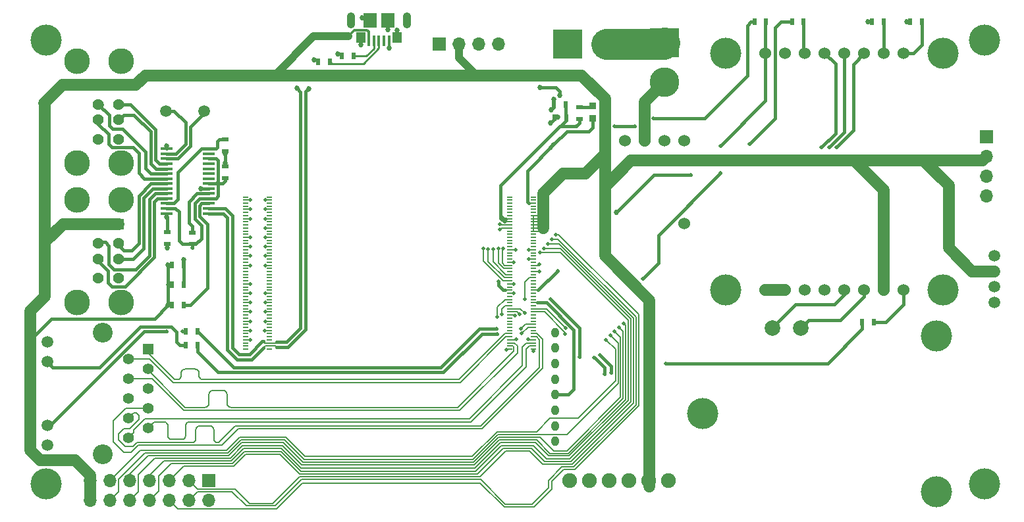
<source format=gtl>
%TF.GenerationSoftware,KiCad,Pcbnew,(5.1.9)-1*%
%TF.CreationDate,2021-12-11T15:02:24-08:00*%
%TF.ProjectId,DevelopmentBoard,44657665-6c6f-4706-9d65-6e74426f6172,rev?*%
%TF.SameCoordinates,Original*%
%TF.FileFunction,Copper,L1,Top*%
%TF.FilePolarity,Positive*%
%FSLAX46Y46*%
G04 Gerber Fmt 4.6, Leading zero omitted, Abs format (unit mm)*
G04 Created by KiCad (PCBNEW (5.1.9)-1) date 2021-12-11 15:02:24*
%MOMM*%
%LPD*%
G01*
G04 APERTURE LIST*
%TA.AperFunction,SMDPad,CuDef*%
%ADD10R,0.700000X0.200000*%
%TD*%
%TA.AperFunction,ComponentPad*%
%ADD11O,1.000000X1.270000*%
%TD*%
%TA.AperFunction,ComponentPad*%
%ADD12C,1.900000*%
%TD*%
%TA.AperFunction,SMDPad,CuDef*%
%ADD13R,0.600000X0.900000*%
%TD*%
%TA.AperFunction,ComponentPad*%
%ADD14C,4.000000*%
%TD*%
%TA.AperFunction,ComponentPad*%
%ADD15C,1.524000*%
%TD*%
%TA.AperFunction,SMDPad,CuDef*%
%ADD16R,0.900000X0.600000*%
%TD*%
%TA.AperFunction,SMDPad,CuDef*%
%ADD17R,1.525000X0.440000*%
%TD*%
%TA.AperFunction,ComponentPad*%
%ADD18R,1.408000X1.408000*%
%TD*%
%TA.AperFunction,ComponentPad*%
%ADD19C,1.408000*%
%TD*%
%TA.AperFunction,ComponentPad*%
%ADD20C,2.550000*%
%TD*%
%TA.AperFunction,ComponentPad*%
%ADD21C,1.508000*%
%TD*%
%TA.AperFunction,ComponentPad*%
%ADD22C,1.500000*%
%TD*%
%TA.AperFunction,ComponentPad*%
%ADD23R,1.428000X1.428000*%
%TD*%
%TA.AperFunction,ComponentPad*%
%ADD24C,1.428000*%
%TD*%
%TA.AperFunction,ComponentPad*%
%ADD25C,3.316000*%
%TD*%
%TA.AperFunction,ComponentPad*%
%ADD26O,1.050000X2.100000*%
%TD*%
%TA.AperFunction,SMDPad,CuDef*%
%ADD27R,1.150000X1.450000*%
%TD*%
%TA.AperFunction,SMDPad,CuDef*%
%ADD28R,1.750000X1.900000*%
%TD*%
%TA.AperFunction,SMDPad,CuDef*%
%ADD29R,0.400000X1.400000*%
%TD*%
%TA.AperFunction,ComponentPad*%
%ADD30R,3.800000X3.800000*%
%TD*%
%TA.AperFunction,ComponentPad*%
%ADD31C,3.800000*%
%TD*%
%TA.AperFunction,ComponentPad*%
%ADD32R,0.930000X0.890000*%
%TD*%
%TA.AperFunction,ComponentPad*%
%ADD33O,1.700000X1.700000*%
%TD*%
%TA.AperFunction,ComponentPad*%
%ADD34R,1.700000X1.700000*%
%TD*%
%TA.AperFunction,SMDPad,CuDef*%
%ADD35C,2.000000*%
%TD*%
%TA.AperFunction,ViaPad*%
%ADD36C,4.000000*%
%TD*%
%TA.AperFunction,ViaPad*%
%ADD37C,0.685800*%
%TD*%
%TA.AperFunction,ViaPad*%
%ADD38C,0.500000*%
%TD*%
%TA.AperFunction,Conductor*%
%ADD39C,0.400000*%
%TD*%
%TA.AperFunction,Conductor*%
%ADD40C,0.200000*%
%TD*%
%TA.AperFunction,Conductor*%
%ADD41C,0.300000*%
%TD*%
%TA.AperFunction,Conductor*%
%ADD42C,1.500000*%
%TD*%
%TA.AperFunction,Conductor*%
%ADD43C,1.000000*%
%TD*%
%TA.AperFunction,Conductor*%
%ADD44C,4.000000*%
%TD*%
%TA.AperFunction,Conductor*%
%ADD45C,0.254000*%
%TD*%
%TA.AperFunction,Conductor*%
%ADD46C,0.508000*%
%TD*%
G04 APERTURE END LIST*
D10*
%TO.P,U1,1*%
%TO.N,GND*%
X158962000Y-109368000D03*
%TO.P,U1,2*%
X155882000Y-109368000D03*
%TO.P,U1,3*%
%TO.N,/ETH_P3_P*%
X158962000Y-108968000D03*
%TO.P,U1,4*%
%TO.N,/ETH_P1_P*%
X155882000Y-108968000D03*
%TO.P,U1,5*%
%TO.N,/ETH_P3_N*%
X158962000Y-108568000D03*
%TO.P,U1,6*%
%TO.N,/ETH_P1_N*%
X155882000Y-108568000D03*
%TO.P,U1,7*%
%TO.N,GND*%
X158962000Y-108168000D03*
%TO.P,U1,8*%
X155882000Y-108168000D03*
%TO.P,U1,9*%
%TO.N,/ETH_P2_N*%
X158962000Y-107768000D03*
%TO.P,U1,10*%
%TO.N,/ETH_P0_N*%
X155882000Y-107768000D03*
%TO.P,U1,11*%
%TO.N,/ETH_P2_P*%
X158962000Y-107368000D03*
%TO.P,U1,12*%
%TO.N,/ETH_P0_P*%
X155882000Y-107368000D03*
%TO.P,U1,13*%
%TO.N,GND*%
X158962000Y-106968000D03*
%TO.P,U1,14*%
X155882000Y-106968000D03*
%TO.P,U1,15*%
%TO.N,/ETH_LEDY*%
X158962000Y-106568000D03*
%TO.P,U1,16*%
%TO.N,Net-(U1-Pad16)*%
X155882000Y-106568000D03*
%TO.P,U1,17*%
%TO.N,/ETH_LEDG*%
X158962000Y-106168000D03*
%TO.P,U1,18*%
%TO.N,Net-(U1-Pad18)*%
X155882000Y-106168000D03*
%TO.P,U1,19*%
%TO.N,Net-(U1-Pad19)*%
X158962000Y-105768000D03*
%TO.P,U1,20*%
%TO.N,Net-(U1-Pad20)*%
X155882000Y-105768000D03*
%TO.P,U1,21*%
%TO.N,Net-(U1-Pad21)*%
X158962000Y-105368000D03*
%TO.P,U1,22*%
%TO.N,GND*%
X155882000Y-105368000D03*
%TO.P,U1,23*%
X158962000Y-104968000D03*
%TO.P,U1,24*%
%TO.N,/GPIO26*%
X155882000Y-104968000D03*
%TO.P,U1,25*%
%TO.N,/CH2*%
X158962000Y-104568000D03*
%TO.P,U1,26*%
%TO.N,/GPIO19*%
X155882000Y-104568000D03*
%TO.P,U1,27*%
%TO.N,/CH1*%
X158962000Y-104168000D03*
%TO.P,U1,28*%
%TO.N,/GPIO13*%
X155882000Y-104168000D03*
%TO.P,U1,29*%
%TO.N,Net-(U1-Pad29)*%
X158962000Y-103768000D03*
%TO.P,U1,30*%
%TO.N,/GPIO6*%
X155882000Y-103768000D03*
%TO.P,U1,31*%
%TO.N,/SBUS*%
X158962000Y-103368000D03*
%TO.P,U1,32*%
%TO.N,GND*%
X155882000Y-103368000D03*
%TO.P,U1,33*%
X158962000Y-102968000D03*
%TO.P,U1,34*%
%TO.N,/GPIO5*%
X155882000Y-102968000D03*
%TO.P,U1,35*%
%TO.N,Net-(U1-Pad35)*%
X158962000Y-102568000D03*
%TO.P,U1,36*%
%TO.N,Net-(U1-Pad36)*%
X155882000Y-102568000D03*
%TO.P,U1,37*%
%TO.N,Net-(U1-Pad37)*%
X158962000Y-102168000D03*
%TO.P,U1,38*%
%TO.N,/VN-100_SCK*%
X155882000Y-102168000D03*
%TO.P,U1,39*%
%TO.N,/VN-100_CS*%
X158962000Y-101768000D03*
%TO.P,U1,40*%
%TO.N,/VN-100_MISO*%
X155882000Y-101768000D03*
%TO.P,U1,41*%
%TO.N,Net-(U1-Pad41)*%
X158962000Y-101368000D03*
%TO.P,U1,42*%
%TO.N,GND*%
X155882000Y-101368000D03*
%TO.P,U1,43*%
X158962000Y-100968000D03*
%TO.P,U1,44*%
%TO.N,/VN-100_MOSI*%
X155882000Y-100968000D03*
%TO.P,U1,45*%
%TO.N,Net-(U1-Pad45)*%
X158962000Y-100568000D03*
%TO.P,U1,46*%
%TO.N,/GPIO22*%
X155882000Y-100568000D03*
%TO.P,U1,47*%
%TO.N,/VN-100_Enable*%
X158962000Y-100168000D03*
%TO.P,U1,48*%
%TO.N,/GPIO27*%
X155882000Y-100168000D03*
%TO.P,U1,49*%
%TO.N,Net-(U1-Pad49)*%
X158962000Y-99768000D03*
%TO.P,U1,50*%
%TO.N,/GPIO28*%
X155882000Y-99768000D03*
%TO.P,U1,51*%
%TO.N,/RX*%
X158962000Y-99368000D03*
%TO.P,U1,52*%
%TO.N,GND*%
X155882000Y-99368000D03*
%TO.P,U1,53*%
X158962000Y-98968000D03*
%TO.P,U1,54*%
%TO.N,/GPIO4*%
X155882000Y-98968000D03*
%TO.P,U1,55*%
%TO.N,/TX*%
X158962000Y-98568000D03*
%TO.P,U1,56*%
%TO.N,/GPIO3*%
X155882000Y-98568000D03*
%TO.P,U1,57*%
%TO.N,Net-(U1-Pad57)*%
X158962000Y-98168000D03*
%TO.P,U1,58*%
%TO.N,/MCU_Reset*%
X155882000Y-98168000D03*
%TO.P,U1,59*%
%TO.N,GND*%
X158962000Y-97768000D03*
%TO.P,U1,60*%
X155882000Y-97768000D03*
%TO.P,U1,61*%
%TO.N,Net-(U1-Pad61)*%
X158962000Y-97368000D03*
%TO.P,U1,62*%
%TO.N,Net-(U1-Pad62)*%
X155882000Y-97368000D03*
%TO.P,U1,63*%
%TO.N,Net-(U1-Pad63)*%
X158962000Y-96968000D03*
%TO.P,U1,64*%
%TO.N,Net-(U1-Pad64)*%
X155882000Y-96968000D03*
%TO.P,U1,65*%
%TO.N,GND*%
X158962000Y-96568000D03*
%TO.P,U1,66*%
X155882000Y-96568000D03*
%TO.P,U1,67*%
%TO.N,Net-(U1-Pad67)*%
X158962000Y-96168000D03*
%TO.P,U1,68*%
%TO.N,Net-(U1-Pad68)*%
X155882000Y-96168000D03*
%TO.P,U1,69*%
%TO.N,Net-(U1-Pad69)*%
X158962000Y-95768000D03*
%TO.P,U1,70*%
%TO.N,Net-(U1-Pad70)*%
X155882000Y-95768000D03*
%TO.P,U1,71*%
%TO.N,GND*%
X158962000Y-95368000D03*
%TO.P,U1,72*%
%TO.N,Net-(U1-Pad72)*%
X155882000Y-95368000D03*
%TO.P,U1,73*%
%TO.N,Net-(U1-Pad73)*%
X158962000Y-94968000D03*
%TO.P,U1,74*%
%TO.N,GND*%
X155882000Y-94968000D03*
%TO.P,U1,75*%
%TO.N,Net-(U1-Pad75)*%
X158962000Y-94568000D03*
%TO.P,U1,76*%
%TO.N,Net-(U1-Pad76)*%
X155882000Y-94568000D03*
%TO.P,U1,77*%
%TO.N,+5V*%
X158962000Y-94168000D03*
%TO.P,U1,78*%
%TO.N,Net-(U1-Pad78)*%
X155882000Y-94168000D03*
%TO.P,U1,79*%
%TO.N,+5V*%
X158962000Y-93768000D03*
%TO.P,U1,80*%
%TO.N,/SCL*%
X155882000Y-93768000D03*
%TO.P,U1,81*%
%TO.N,+5V*%
X158962000Y-93368000D03*
%TO.P,U1,82*%
%TO.N,/SDA*%
X155882000Y-93368000D03*
%TO.P,U1,83*%
%TO.N,+5V*%
X158962000Y-92968000D03*
%TO.P,U1,84*%
%TO.N,+3V3*%
X155882000Y-92968000D03*
%TO.P,U1,85*%
%TO.N,+5V*%
X158962000Y-92568000D03*
%TO.P,U1,86*%
%TO.N,+3V3*%
X155882000Y-92568000D03*
%TO.P,U1,87*%
%TO.N,+5V*%
X158962000Y-92168000D03*
%TO.P,U1,88*%
%TO.N,Net-(U1-Pad88)*%
X155882000Y-92168000D03*
%TO.P,U1,89*%
%TO.N,Net-(U1-Pad89)*%
X158962000Y-91768000D03*
%TO.P,U1,90*%
%TO.N,Net-(U1-Pad90)*%
X155882000Y-91768000D03*
%TO.P,U1,91*%
%TO.N,Net-(U1-Pad91)*%
X158962000Y-91368000D03*
%TO.P,U1,92*%
%TO.N,Net-(U1-Pad92)*%
X155882000Y-91368000D03*
%TO.P,U1,93*%
%TO.N,Net-(U1-Pad93)*%
X158962000Y-90968000D03*
%TO.P,U1,94*%
%TO.N,Net-(U1-Pad94)*%
X155882000Y-90968000D03*
%TO.P,U1,95*%
%TO.N,Net-(D1-Pad1)*%
X158962000Y-90568000D03*
%TO.P,U1,96*%
%TO.N,Net-(U1-Pad96)*%
X155882000Y-90568000D03*
%TO.P,U1,97*%
%TO.N,Net-(U1-Pad97)*%
X158962000Y-90168000D03*
%TO.P,U1,98*%
%TO.N,GND*%
X155882000Y-90168000D03*
%TO.P,U1,99*%
%TO.N,Net-(U1-Pad99)*%
X158962000Y-89768000D03*
%TO.P,U1,100*%
%TO.N,Net-(U1-Pad100)*%
X155882000Y-89768000D03*
%TO.P,U1,101*%
%TO.N,Net-(U1-Pad101)*%
X125042000Y-109368000D03*
%TO.P,U1,102*%
%TO.N,Net-(U1-Pad102)*%
X121962000Y-109368000D03*
%TO.P,U1,103*%
%TO.N,/D0-*%
X125042000Y-108968000D03*
%TO.P,U1,104*%
%TO.N,Net-(U1-Pad104)*%
X121962000Y-108968000D03*
%TO.P,U1,105*%
%TO.N,/D0+*%
X125042000Y-108568000D03*
%TO.P,U1,106*%
%TO.N,Net-(U1-Pad106)*%
X121962000Y-108568000D03*
%TO.P,U1,107*%
%TO.N,GND*%
X125042000Y-108168000D03*
%TO.P,U1,108*%
X121962000Y-108168000D03*
%TO.P,U1,109*%
%TO.N,Net-(U1-Pad109)*%
X125042000Y-107768000D03*
%TO.P,U1,110*%
%TO.N,Net-(U1-Pad110)*%
X121962000Y-107768000D03*
%TO.P,U1,111*%
%TO.N,Net-(U1-Pad111)*%
X125042000Y-107368000D03*
%TO.P,U1,112*%
%TO.N,Net-(U1-Pad112)*%
X121962000Y-107368000D03*
%TO.P,U1,113*%
%TO.N,GND*%
X125042000Y-106968000D03*
%TO.P,U1,114*%
X121962000Y-106968000D03*
%TO.P,U1,115*%
%TO.N,Net-(U1-Pad115)*%
X125042000Y-106568000D03*
%TO.P,U1,116*%
%TO.N,Net-(U1-Pad116)*%
X121962000Y-106568000D03*
%TO.P,U1,117*%
%TO.N,Net-(U1-Pad117)*%
X125042000Y-106168000D03*
%TO.P,U1,118*%
%TO.N,Net-(U1-Pad118)*%
X121962000Y-106168000D03*
%TO.P,U1,119*%
%TO.N,GND*%
X125042000Y-105768000D03*
%TO.P,U1,120*%
X121962000Y-105768000D03*
%TO.P,U1,121*%
%TO.N,Net-(U1-Pad121)*%
X125042000Y-105368000D03*
%TO.P,U1,122*%
%TO.N,Net-(U1-Pad122)*%
X121962000Y-105368000D03*
%TO.P,U1,123*%
%TO.N,Net-(U1-Pad123)*%
X125042000Y-104968000D03*
%TO.P,U1,124*%
%TO.N,Net-(U1-Pad124)*%
X121962000Y-104968000D03*
%TO.P,U1,125*%
%TO.N,GND*%
X125042000Y-104568000D03*
%TO.P,U1,126*%
X121962000Y-104568000D03*
%TO.P,U1,127*%
%TO.N,Net-(U1-Pad127)*%
X125042000Y-104168000D03*
%TO.P,U1,128*%
%TO.N,Net-(U1-Pad128)*%
X121962000Y-104168000D03*
%TO.P,U1,129*%
%TO.N,Net-(U1-Pad129)*%
X125042000Y-103768000D03*
%TO.P,U1,130*%
%TO.N,Net-(U1-Pad130)*%
X121962000Y-103768000D03*
%TO.P,U1,131*%
%TO.N,GND*%
X125042000Y-103368000D03*
%TO.P,U1,132*%
X121962000Y-103368000D03*
%TO.P,U1,133*%
%TO.N,Net-(U1-Pad133)*%
X125042000Y-102968000D03*
%TO.P,U1,134*%
%TO.N,Net-(U1-Pad134)*%
X121962000Y-102968000D03*
%TO.P,U1,135*%
%TO.N,Net-(U1-Pad135)*%
X125042000Y-102568000D03*
%TO.P,U1,136*%
%TO.N,Net-(U1-Pad136)*%
X121962000Y-102568000D03*
%TO.P,U1,137*%
%TO.N,GND*%
X125042000Y-102168000D03*
%TO.P,U1,138*%
X121962000Y-102168000D03*
%TO.P,U1,139*%
%TO.N,Net-(U1-Pad139)*%
X125042000Y-101768000D03*
%TO.P,U1,140*%
%TO.N,Net-(U1-Pad140)*%
X121962000Y-101768000D03*
%TO.P,U1,141*%
%TO.N,Net-(U1-Pad141)*%
X125042000Y-101368000D03*
%TO.P,U1,142*%
%TO.N,Net-(U1-Pad142)*%
X121962000Y-101368000D03*
%TO.P,U1,143*%
%TO.N,Net-(U1-Pad143)*%
X125042000Y-100968000D03*
%TO.P,U1,144*%
%TO.N,GND*%
X121962000Y-100968000D03*
%TO.P,U1,145*%
%TO.N,Net-(U1-Pad145)*%
X125042000Y-100568000D03*
%TO.P,U1,146*%
%TO.N,Net-(U1-Pad146)*%
X121962000Y-100568000D03*
%TO.P,U1,147*%
%TO.N,Net-(U1-Pad147)*%
X125042000Y-100168000D03*
%TO.P,U1,148*%
%TO.N,Net-(U1-Pad148)*%
X121962000Y-100168000D03*
%TO.P,U1,149*%
%TO.N,Net-(U1-Pad149)*%
X125042000Y-99768000D03*
%TO.P,U1,150*%
%TO.N,GND*%
X121962000Y-99768000D03*
%TO.P,U1,151*%
%TO.N,Net-(U1-Pad151)*%
X125042000Y-99368000D03*
%TO.P,U1,152*%
%TO.N,Net-(U1-Pad152)*%
X121962000Y-99368000D03*
%TO.P,U1,153*%
%TO.N,Net-(U1-Pad153)*%
X125042000Y-98968000D03*
%TO.P,U1,154*%
%TO.N,Net-(U1-Pad154)*%
X121962000Y-98968000D03*
%TO.P,U1,155*%
%TO.N,GND*%
X125042000Y-98568000D03*
%TO.P,U1,156*%
X121962000Y-98568000D03*
%TO.P,U1,157*%
%TO.N,Net-(U1-Pad157)*%
X125042000Y-98168000D03*
%TO.P,U1,158*%
%TO.N,Net-(U1-Pad158)*%
X121962000Y-98168000D03*
%TO.P,U1,159*%
%TO.N,Net-(U1-Pad159)*%
X125042000Y-97768000D03*
%TO.P,U1,160*%
%TO.N,Net-(U1-Pad160)*%
X121962000Y-97768000D03*
%TO.P,U1,161*%
%TO.N,GND*%
X125042000Y-97368000D03*
%TO.P,U1,162*%
X121962000Y-97368000D03*
%TO.P,U1,163*%
%TO.N,Net-(U1-Pad163)*%
X125042000Y-96968000D03*
%TO.P,U1,164*%
%TO.N,Net-(U1-Pad164)*%
X121962000Y-96968000D03*
%TO.P,U1,165*%
%TO.N,Net-(U1-Pad165)*%
X125042000Y-96568000D03*
%TO.P,U1,166*%
%TO.N,Net-(U1-Pad166)*%
X121962000Y-96568000D03*
%TO.P,U1,167*%
%TO.N,GND*%
X125042000Y-96168000D03*
%TO.P,U1,168*%
X121962000Y-96168000D03*
%TO.P,U1,169*%
%TO.N,Net-(U1-Pad169)*%
X125042000Y-95768000D03*
%TO.P,U1,170*%
%TO.N,Net-(U1-Pad170)*%
X121962000Y-95768000D03*
%TO.P,U1,171*%
%TO.N,Net-(U1-Pad171)*%
X125042000Y-95368000D03*
%TO.P,U1,172*%
%TO.N,Net-(U1-Pad172)*%
X121962000Y-95368000D03*
%TO.P,U1,173*%
%TO.N,GND*%
X125042000Y-94968000D03*
%TO.P,U1,174*%
X121962000Y-94968000D03*
%TO.P,U1,175*%
%TO.N,Net-(U1-Pad175)*%
X125042000Y-94568000D03*
%TO.P,U1,176*%
%TO.N,Net-(U1-Pad176)*%
X121962000Y-94568000D03*
%TO.P,U1,177*%
%TO.N,Net-(U1-Pad177)*%
X125042000Y-94168000D03*
%TO.P,U1,178*%
%TO.N,Net-(U1-Pad178)*%
X121962000Y-94168000D03*
%TO.P,U1,179*%
%TO.N,GND*%
X125042000Y-93768000D03*
%TO.P,U1,180*%
X121962000Y-93768000D03*
%TO.P,U1,181*%
%TO.N,Net-(U1-Pad181)*%
X125042000Y-93368000D03*
%TO.P,U1,182*%
%TO.N,Net-(U1-Pad182)*%
X121962000Y-93368000D03*
%TO.P,U1,183*%
%TO.N,Net-(U1-Pad183)*%
X125042000Y-92968000D03*
%TO.P,U1,184*%
%TO.N,Net-(U1-Pad184)*%
X121962000Y-92968000D03*
%TO.P,U1,185*%
%TO.N,GND*%
X125042000Y-92568000D03*
%TO.P,U1,186*%
X121962000Y-92568000D03*
%TO.P,U1,187*%
%TO.N,Net-(U1-Pad187)*%
X125042000Y-92168000D03*
%TO.P,U1,188*%
%TO.N,Net-(U1-Pad188)*%
X121962000Y-92168000D03*
%TO.P,U1,189*%
%TO.N,Net-(U1-Pad189)*%
X125042000Y-91768000D03*
%TO.P,U1,190*%
%TO.N,Net-(U1-Pad190)*%
X121962000Y-91768000D03*
%TO.P,U1,191*%
%TO.N,GND*%
X125042000Y-91368000D03*
%TO.P,U1,192*%
X121962000Y-91368000D03*
%TO.P,U1,193*%
%TO.N,Net-(U1-Pad193)*%
X125042000Y-90968000D03*
%TO.P,U1,194*%
%TO.N,Net-(U1-Pad194)*%
X121962000Y-90968000D03*
%TO.P,U1,195*%
%TO.N,Net-(U1-Pad195)*%
X125042000Y-90568000D03*
%TO.P,U1,196*%
%TO.N,Net-(U1-Pad196)*%
X121962000Y-90568000D03*
%TO.P,U1,197*%
%TO.N,GND*%
X125042000Y-90168000D03*
%TO.P,U1,198*%
X121962000Y-90168000D03*
%TO.P,U1,199*%
%TO.N,Net-(U1-Pad199)*%
X125042000Y-89768000D03*
%TO.P,U1,200*%
%TO.N,Net-(U1-Pad200)*%
X121962000Y-89768000D03*
%TD*%
D11*
%TO.P,A1,10*%
%TO.N,/SBUS*%
X161746000Y-115226000D03*
%TO.P,A1,8*%
%TO.N,Net-(A1-Pad8)*%
X161746000Y-119226000D03*
%TO.P,A1,9*%
%TO.N,Net-(A1-Pad9)*%
X161746000Y-117226000D03*
%TO.P,A1,7*%
%TO.N,Net-(A1-Pad7)*%
X161746000Y-121226000D03*
%TO.P,A1,12*%
%TO.N,Net-(A1-Pad12)*%
X161746000Y-111226000D03*
D12*
%TO.P,A1,6*%
%TO.N,Net-(A1-Pad6)*%
X163656000Y-126256000D03*
%TO.P,A1,4*%
%TO.N,/CH2*%
X168736000Y-126256000D03*
D11*
%TO.P,A1,11*%
%TO.N,Net-(A1-Pad11)*%
X161746000Y-113226000D03*
D12*
%TO.P,A1,2*%
%TO.N,+5V*%
X173816000Y-126256000D03*
D11*
%TO.P,A1,14*%
%TO.N,Net-(A1-Pad14)*%
X161746000Y-107226000D03*
D12*
%TO.P,A1,1*%
%TO.N,GND*%
X176356000Y-126256000D03*
%TO.P,A1,3*%
%TO.N,/CH1*%
X171276000Y-126256000D03*
D11*
%TO.P,A1,13*%
%TO.N,GND*%
X161746000Y-109226000D03*
D12*
%TO.P,A1,5*%
%TO.N,Net-(A1-Pad5)*%
X166196000Y-126256000D03*
%TD*%
D13*
%TO.P,R4,2*%
%TO.N,Net-(R4-Pad2)*%
X132786000Y-72352000D03*
%TO.P,R4,1*%
%TO.N,/D0+*%
X131286000Y-72352000D03*
%TD*%
%TO.P,R2,1*%
%TO.N,/D0-*%
X134316000Y-71590000D03*
%TO.P,R2,2*%
%TO.N,Net-(R2-Pad2)*%
X135816000Y-71590000D03*
%TD*%
D14*
%TO.P,U5,*%
%TO.N,*%
X183694800Y-71261800D03*
X183694800Y-101741800D03*
X211634800Y-101741800D03*
X211634800Y-71261800D03*
D15*
%TO.P,U5,12*%
%TO.N,Net-(J1-Pad4)*%
X196394800Y-101741800D03*
%TO.P,U5,11*%
%TO.N,Net-(J1-Pad3)*%
X193854800Y-101741800D03*
%TO.P,U5,10*%
%TO.N,GND*%
X191314800Y-101741800D03*
%TO.P,U5,9*%
X188774800Y-101741800D03*
%TO.P,U5,13*%
%TO.N,Net-(TP2-Pad1)*%
X198934800Y-101741800D03*
%TO.P,U5,14*%
%TO.N,Net-(TP1-Pad1)*%
X201474800Y-101741800D03*
%TO.P,U5,15*%
%TO.N,+5V*%
X204014800Y-101741800D03*
%TO.P,U5,16*%
%TO.N,Net-(R10-Pad1)*%
X206554800Y-101741800D03*
%TO.P,U5,1*%
%TO.N,Net-(R8-Pad2)*%
X206554800Y-71261800D03*
%TO.P,U5,8*%
%TO.N,/VN-100_CS*%
X188774800Y-71261800D03*
%TO.P,U5,5*%
%TO.N,/VN-100_MISO*%
X196394800Y-71261800D03*
%TO.P,U5,2*%
%TO.N,Net-(R9-Pad2)*%
X204014800Y-71261800D03*
%TO.P,U5,3*%
%TO.N,/VN-100_SCK*%
X201474800Y-71261800D03*
%TO.P,U5,7*%
%TO.N,Net-(U5-Pad7)*%
X191314800Y-71261800D03*
%TO.P,U5,6*%
%TO.N,Net-(R7-Pad1)*%
X193854800Y-71261800D03*
%TO.P,U5,4*%
%TO.N,/VN-100_MOSI*%
X198934800Y-71261800D03*
%TD*%
%TO.P,U3,3*%
%TO.N,Net-(U3-Pad3)*%
X173228000Y-82550000D03*
%TO.P,U3,2*%
%TO.N,Net-(U3-Pad2)*%
X175768000Y-82550000D03*
%TO.P,U3,1*%
%TO.N,Net-(U3-Pad1)*%
X178318000Y-82540000D03*
%TO.P,U3,4*%
%TO.N,GND*%
X170688000Y-82550000D03*
%TO.P,U3,5*%
%TO.N,+5V*%
X168148000Y-82550000D03*
%TO.P,U3,6*%
%TO.N,GND*%
X178318000Y-93230000D03*
%TD*%
D16*
%TO.P,R11,2*%
%TO.N,+3V3*%
X115106000Y-95836000D03*
%TO.P,R11,1*%
%TO.N,Net-(IC1-Pad19)*%
X115106000Y-94336000D03*
%TD*%
D17*
%TO.P,IC1,21*%
%TO.N,+3V3*%
X117203000Y-88041000D03*
%TO.P,IC1,27*%
%TO.N,Net-(IC1-Pad27)*%
X117203000Y-84201000D03*
%TO.P,IC1,14*%
%TO.N,Net-(IC1-Pad14)*%
X111779000Y-91881000D03*
%TO.P,IC1,10*%
%TO.N,/D1-*%
X111779000Y-89321000D03*
%TO.P,IC1,9*%
%TO.N,/D2+*%
X111779000Y-88681000D03*
%TO.P,IC1,26*%
%TO.N,+3V3*%
X117203000Y-84841000D03*
%TO.P,IC1,7*%
%TO.N,/D3+*%
X111779000Y-87401000D03*
%TO.P,IC1,22*%
%TO.N,Net-(IC1-Pad22)*%
X117203000Y-87401000D03*
%TO.P,IC1,19*%
%TO.N,Net-(IC1-Pad19)*%
X117203000Y-89321000D03*
%TO.P,IC1,5*%
%TO.N,/D4+*%
X111779000Y-86121000D03*
%TO.P,IC1,4*%
%TO.N,/D4-*%
X111779000Y-85481000D03*
%TO.P,IC1,2*%
%TO.N,Net-(IC1-Pad2)*%
X111779000Y-84201000D03*
%TO.P,IC1,18*%
%TO.N,+3V3*%
X117203000Y-89961000D03*
%TO.P,IC1,20*%
%TO.N,Net-(C2-Pad2)*%
X117203000Y-88681000D03*
%TO.P,IC1,25*%
%TO.N,Net-(IC1-Pad25)*%
X117203000Y-85481000D03*
%TO.P,IC1,24*%
%TO.N,Net-(IC1-Pad24)*%
X117203000Y-86121000D03*
%TO.P,IC1,13*%
%TO.N,+3V3*%
X111779000Y-91241000D03*
%TO.P,IC1,12*%
%TO.N,+1V8*%
X111779000Y-90601000D03*
%TO.P,IC1,6*%
%TO.N,/D3-*%
X111779000Y-86761000D03*
%TO.P,IC1,28*%
%TO.N,+1V8*%
X117203000Y-83561000D03*
%TO.P,IC1,17*%
%TO.N,Net-(IC1-Pad17)*%
X117203000Y-90601000D03*
%TO.P,IC1,16*%
%TO.N,/D0+*%
X117203000Y-91241000D03*
%TO.P,IC1,15*%
%TO.N,/D0-*%
X117203000Y-91881000D03*
%TO.P,IC1,11*%
%TO.N,/D1+*%
X111779000Y-89961000D03*
%TO.P,IC1,23*%
%TO.N,Net-(IC1-Pad23)*%
X117203000Y-86761000D03*
%TO.P,IC1,8*%
%TO.N,/D2-*%
X111779000Y-88041000D03*
%TO.P,IC1,3*%
%TO.N,Net-(IC1-Pad3)*%
X111779000Y-84841000D03*
%TO.P,IC1,1*%
%TO.N,GND*%
X111779000Y-83561000D03*
%TD*%
D13*
%TO.P,C3,2*%
%TO.N,Net-(C2-Pad2)*%
X113986000Y-101056000D03*
%TO.P,C3,1*%
%TO.N,+5V*%
X112486000Y-101056000D03*
%TD*%
D16*
%TO.P,R15,2*%
%TO.N,+3V3*%
X164916000Y-79736000D03*
%TO.P,R15,1*%
%TO.N,Net-(D1-Pad2)*%
X164916000Y-78236000D03*
%TD*%
D13*
%TO.P,R14,2*%
%TO.N,/ETH_LEDY*%
X115766000Y-108856000D03*
%TO.P,R14,1*%
%TO.N,Net-(J4-Pad12)*%
X114266000Y-108856000D03*
%TD*%
%TO.P,R13,2*%
%TO.N,/ETH_LEDG*%
X115776000Y-107036000D03*
%TO.P,R13,1*%
%TO.N,Net-(J4-Pad13)*%
X114276000Y-107036000D03*
%TD*%
D18*
%TO.P,J4,1*%
%TO.N,/ETH_P0_P*%
X109391000Y-109347000D03*
D19*
%TO.P,J4,2*%
%TO.N,/ETH_P0_N*%
X106851000Y-110617000D03*
%TO.P,J4,3*%
%TO.N,/ETH_P1_P*%
X109391000Y-111887000D03*
%TO.P,J4,4*%
%TO.N,/ETH_P1_N*%
X106851000Y-113157000D03*
%TO.P,J4,5*%
%TO.N,Net-(J4-Pad5)*%
X109391000Y-114427000D03*
%TO.P,J4,6*%
%TO.N,Net-(J4-Pad6)*%
X106851000Y-115697000D03*
%TO.P,J4,7*%
%TO.N,/ETH_P2_P*%
X109391000Y-116967000D03*
%TO.P,J4,8*%
%TO.N,/ETH_P2_N*%
X106851000Y-118237000D03*
D20*
%TO.P,J4,S1*%
%TO.N,GND*%
X103551000Y-122912000D03*
%TO.P,J4,S2*%
X103551000Y-107212000D03*
D21*
%TO.P,J4,11*%
%TO.N,+3V3*%
X96441000Y-108432000D03*
%TO.P,J4,14*%
X96441000Y-121692000D03*
D19*
%TO.P,J4,9*%
%TO.N,/ETH_P3_P*%
X109391000Y-119507000D03*
%TO.P,J4,10*%
%TO.N,/ETH_P3_N*%
X106851000Y-120777000D03*
D21*
%TO.P,J4,12*%
%TO.N,Net-(J4-Pad12)*%
X96441000Y-110972000D03*
%TO.P,J4,13*%
%TO.N,Net-(J4-Pad13)*%
X96441000Y-119152000D03*
%TD*%
D22*
%TO.P,Y1,1*%
%TO.N,Net-(IC1-Pad3)*%
X116606000Y-78702000D03*
%TO.P,Y1,2*%
%TO.N,Net-(IC1-Pad2)*%
X111726000Y-78702000D03*
%TD*%
D13*
%TO.P,R12,2*%
%TO.N,+5V*%
X112496000Y-103716000D03*
%TO.P,R12,1*%
%TO.N,Net-(IC1-Pad17)*%
X113996000Y-103716000D03*
%TD*%
D16*
%TO.P,R6,2*%
%TO.N,GND*%
X111856000Y-95826000D03*
%TO.P,R6,1*%
%TO.N,Net-(IC1-Pad14)*%
X111856000Y-94326000D03*
%TD*%
D23*
%TO.P,J3,1_1*%
%TO.N,+5V*%
X103001000Y-93241000D03*
D24*
%TO.P,J3,2_1*%
%TO.N,/D1-*%
X103001000Y-95741000D03*
%TO.P,J3,3_1*%
%TO.N,/D1+*%
X103001000Y-97741000D03*
%TO.P,J3,4_1*%
%TO.N,GND*%
X103001000Y-100241000D03*
D25*
%TO.P,J3,S1*%
X105971000Y-90171000D03*
X105971000Y-103311000D03*
X100291000Y-90171000D03*
X100291000Y-103311000D03*
D23*
%TO.P,J3,1_2*%
%TO.N,+5V*%
X105621000Y-93241000D03*
D24*
%TO.P,J3,2_2*%
%TO.N,/D2-*%
X105621000Y-95741000D03*
%TO.P,J3,3_2*%
%TO.N,/D2+*%
X105621000Y-97741000D03*
%TO.P,J3,4_2*%
%TO.N,GND*%
X105621000Y-100241000D03*
%TD*%
D16*
%TO.P,C4,2*%
%TO.N,GND*%
X119346000Y-85836000D03*
%TO.P,C4,1*%
%TO.N,+3V3*%
X119346000Y-87336000D03*
%TD*%
D13*
%TO.P,C2,2*%
%TO.N,Net-(C2-Pad2)*%
X113986000Y-98546000D03*
%TO.P,C2,1*%
%TO.N,+5V*%
X112486000Y-98546000D03*
%TD*%
D16*
%TO.P,C1,2*%
%TO.N,GND*%
X119336000Y-83836000D03*
%TO.P,C1,1*%
%TO.N,+1V8*%
X119336000Y-82336000D03*
%TD*%
D23*
%TO.P,J2,1_1*%
%TO.N,+5V*%
X103026000Y-75341000D03*
D24*
%TO.P,J2,2_1*%
%TO.N,/D3-*%
X103026000Y-77841000D03*
%TO.P,J2,3_1*%
%TO.N,/D3+*%
X103026000Y-79841000D03*
%TO.P,J2,4_1*%
%TO.N,GND*%
X103026000Y-82341000D03*
D25*
%TO.P,J2,S1*%
X105996000Y-72271000D03*
X105996000Y-85411000D03*
X100316000Y-72271000D03*
X100316000Y-85411000D03*
D23*
%TO.P,J2,1_2*%
%TO.N,+5V*%
X105646000Y-75341000D03*
D24*
%TO.P,J2,2_2*%
%TO.N,/D4-*%
X105646000Y-77841000D03*
%TO.P,J2,3_2*%
%TO.N,/D4+*%
X105646000Y-79841000D03*
%TO.P,J2,4_2*%
%TO.N,GND*%
X105646000Y-82341000D03*
%TD*%
D13*
%TO.P,R10,2*%
%TO.N,/VN-100_Enable*%
X201242000Y-105880000D03*
%TO.P,R10,1*%
%TO.N,Net-(R10-Pad1)*%
X202742000Y-105880000D03*
%TD*%
%TO.P,R9,2*%
%TO.N,Net-(R9-Pad2)*%
X203962000Y-67236000D03*
%TO.P,R9,1*%
%TO.N,/TX*%
X202462000Y-67236000D03*
%TD*%
%TO.P,R8,2*%
%TO.N,Net-(R8-Pad2)*%
X208916000Y-67186000D03*
%TO.P,R8,1*%
%TO.N,/RX*%
X207416000Y-67186000D03*
%TD*%
%TO.P,R7,2*%
%TO.N,/MCU_Reset*%
X192196000Y-67216000D03*
%TO.P,R7,1*%
%TO.N,Net-(R7-Pad1)*%
X193696000Y-67216000D03*
%TD*%
%TO.P,R5,2*%
%TO.N,/VN-100_CS*%
X188876000Y-67186000D03*
%TO.P,R5,1*%
%TO.N,+3V3*%
X187376000Y-67186000D03*
%TD*%
%TO.P,R3,2*%
%TO.N,/SCL*%
X161656000Y-79536000D03*
%TO.P,R3,1*%
%TO.N,+3V3*%
X163156000Y-79536000D03*
%TD*%
%TO.P,R1,2*%
%TO.N,/SDA*%
X161626000Y-77826000D03*
%TO.P,R1,1*%
%TO.N,+3V3*%
X163126000Y-77826000D03*
%TD*%
D26*
%TO.P,U4,S6*%
%TO.N,N/C*%
X135516000Y-67036000D03*
%TO.P,U4,S5*%
X142666000Y-67036000D03*
D27*
%TO.P,U4,6*%
%TO.N,GND*%
X136771000Y-69266000D03*
X141411000Y-69266000D03*
D28*
X137966000Y-67036000D03*
X140216000Y-67036000D03*
D29*
%TO.P,U4,5*%
%TO.N,+5V*%
X137791000Y-69686000D03*
%TO.P,U4,4*%
%TO.N,Net-(R2-Pad2)*%
X138441000Y-69686000D03*
%TO.P,U4,3*%
%TO.N,Net-(R4-Pad2)*%
X139091000Y-69686000D03*
%TO.P,U4,2*%
%TO.N,Net-(U4-Pad2)*%
X139741000Y-69686000D03*
%TO.P,U4,1*%
%TO.N,GND*%
X140391000Y-69686000D03*
%TD*%
D30*
%TO.P,X1,1*%
%TO.N,GND*%
X163384000Y-70066000D03*
D31*
%TO.P,X1,2*%
%TO.N,+12V*%
X168384000Y-70066000D03*
%TD*%
D30*
%TO.P,X2,1*%
%TO.N,+12V*%
X175830000Y-69946000D03*
D31*
%TO.P,X2,2*%
%TO.N,Net-(U3-Pad3)*%
X175830000Y-74946000D03*
%TD*%
D22*
%TO.P,X3,2*%
%TO.N,+5V*%
X218186000Y-99330000D03*
%TO.P,X3,1*%
%TO.N,GND*%
X218186000Y-97330000D03*
%TO.P,X3,3*%
%TO.N,/SDA*%
X218186000Y-101330000D03*
%TO.P,X3,4*%
%TO.N,/SCL*%
X218186000Y-103330000D03*
%TD*%
D32*
%TO.P,D1,1*%
%TO.N,Net-(D1-Pad1)*%
X166586000Y-79664000D03*
%TO.P,D1,2*%
%TO.N,Net-(D1-Pad2)*%
X166586000Y-78036000D03*
%TD*%
D33*
%TO.P,J1,4*%
%TO.N,Net-(J1-Pad4)*%
X217170000Y-89662000D03*
%TO.P,J1,3*%
%TO.N,Net-(J1-Pad3)*%
X217170000Y-87122000D03*
%TO.P,J1,2*%
%TO.N,+5V*%
X217170000Y-84582000D03*
D34*
%TO.P,J1,1*%
%TO.N,GND*%
X217170000Y-82042000D03*
%TD*%
D14*
%TO.P,U2,*%
%TO.N,*%
X180756000Y-117696000D03*
X210756000Y-127696000D03*
X210756000Y-107696000D03*
%TD*%
D35*
%TO.P,TP2,1*%
%TO.N,Net-(TP2-Pad1)*%
X189666000Y-106626000D03*
%TD*%
%TO.P,TP1,1*%
%TO.N,Net-(TP1-Pad1)*%
X193356000Y-106642000D03*
%TD*%
D34*
%TO.P,J5,1*%
%TO.N,GND*%
X146874000Y-70066000D03*
D33*
%TO.P,J5,2*%
%TO.N,+5V*%
X149414000Y-70066000D03*
%TO.P,J5,3*%
%TO.N,/SCL*%
X151954000Y-70066000D03*
%TO.P,J5,4*%
%TO.N,/SDA*%
X154494000Y-70066000D03*
%TD*%
D34*
%TO.P,J6,1*%
%TO.N,GND*%
X117216000Y-126281000D03*
D33*
%TO.P,J6,2*%
X117216000Y-128821000D03*
%TO.P,J6,3*%
%TO.N,/GPIO28*%
X114676000Y-126281000D03*
%TO.P,J6,4*%
%TO.N,/GPIO27*%
X114676000Y-128821000D03*
%TO.P,J6,5*%
%TO.N,/GPIO4*%
X112136000Y-126281000D03*
%TO.P,J6,6*%
%TO.N,/GPIO22*%
X112136000Y-128821000D03*
%TO.P,J6,7*%
%TO.N,/GPIO13*%
X109596000Y-126281000D03*
%TO.P,J6,8*%
%TO.N,/GPIO3*%
X109596000Y-128821000D03*
%TO.P,J6,9*%
%TO.N,/GPIO26*%
X107056000Y-126281000D03*
%TO.P,J6,10*%
%TO.N,/GPIO19*%
X107056000Y-128821000D03*
%TO.P,J6,11*%
%TO.N,/GPIO5*%
X104516000Y-126281000D03*
%TO.P,J6,12*%
%TO.N,/GPIO6*%
X104516000Y-128821000D03*
%TO.P,J6,13*%
%TO.N,+5V*%
X101976000Y-126281000D03*
%TO.P,J6,14*%
X101976000Y-128821000D03*
%TD*%
D36*
%TO.N,*%
X96266000Y-69596000D03*
X96266000Y-126746000D03*
X216916000Y-126746000D03*
X216916000Y-69596000D03*
D37*
%TO.N,GND*%
X119336000Y-85386000D03*
X119336000Y-84236000D03*
X111776000Y-83186000D03*
X111846000Y-96306000D03*
D38*
X122540320Y-90168000D03*
X122540320Y-91367999D03*
X122540320Y-92567999D03*
X122540320Y-94968001D03*
X122540320Y-96168001D03*
X122540320Y-97367999D03*
X122540320Y-98568000D03*
X122540320Y-100968000D03*
X122540320Y-102167999D03*
X122540320Y-103368000D03*
X122540320Y-104568001D03*
X122540320Y-105768000D03*
X122542104Y-106969366D03*
X122541050Y-108167444D03*
X124457338Y-106972751D03*
X124459762Y-105771023D03*
X124459615Y-104564862D03*
X124463680Y-103368001D03*
X124463680Y-102168001D03*
X124463680Y-98567999D03*
X124463680Y-97367999D03*
X124463680Y-96167999D03*
X124463680Y-94968000D03*
X124463680Y-93768000D03*
X124463680Y-92568001D03*
X124463679Y-91368000D03*
X124463680Y-90168000D03*
X158383680Y-96568000D03*
X158383680Y-97767999D03*
X156693010Y-96572795D03*
D37*
X140216000Y-68216000D03*
X136926000Y-66696000D03*
X136736000Y-70196000D03*
X141426000Y-68326000D03*
X140386000Y-70586000D03*
D38*
X155508665Y-109444279D03*
X156779813Y-108064004D03*
X158956000Y-109656000D03*
X158306000Y-108091000D03*
D37*
%TO.N,+5V*%
X112006000Y-103716000D03*
X111986000Y-98556000D03*
X112066000Y-101046000D03*
D38*
%TO.N,+3V3*%
X115136000Y-96286000D03*
X174366000Y-79606000D03*
X164486000Y-80646000D03*
X169363005Y-80645995D03*
X172006000Y-80646000D03*
%TO.N,/SDA*%
X154668289Y-93288309D03*
D37*
X161256000Y-78556000D03*
X161606000Y-77178000D03*
D38*
%TO.N,/SCL*%
X154606000Y-93946000D03*
D37*
X161166000Y-80216000D03*
X162114000Y-79464000D03*
X162368000Y-76670000D03*
X159828000Y-75654000D03*
D38*
%TO.N,/VN-100_CS*%
X182976000Y-83196000D03*
X179207950Y-86905950D03*
X162056000Y-99285988D03*
D37*
X169636000Y-91746000D03*
D38*
%TO.N,/MCU_Reset*%
X156460320Y-98168001D03*
X186766000Y-82946000D03*
X183044000Y-86678000D03*
X173026000Y-100306000D03*
D37*
%TO.N,/RX*%
X206986000Y-67196000D03*
D38*
X159686000Y-99356000D03*
D37*
%TO.N,/TX*%
X201946000Y-67226000D03*
D38*
X159696000Y-98446000D03*
%TO.N,/VN-100_Enable*%
X157856002Y-102908990D03*
X161126000Y-102908990D03*
X175986000Y-111206000D03*
X164906000Y-110386000D03*
%TO.N,/VN-100_MOSI*%
X156460320Y-100967999D03*
X196996000Y-83376000D03*
%TO.N,/VN-100_MISO*%
X195976000Y-83406000D03*
X154488702Y-100633298D03*
%TO.N,/VN-100_SCK*%
X156460320Y-102167999D03*
X197886000Y-83346000D03*
%TO.N,/CH2*%
X163046000Y-107446000D03*
X166738157Y-110458157D03*
X168146000Y-112536000D03*
%TO.N,/CH1*%
X163145831Y-106681236D03*
X167516000Y-110096000D03*
X168976000Y-112436000D03*
D37*
%TO.N,/D0-*%
X130066000Y-75796000D03*
X133816000Y-71386000D03*
%TO.N,/D0+*%
X128556000Y-75776000D03*
X130776002Y-72146000D03*
%TO.N,Net-(IC1-Pad14)*%
X111796000Y-92366000D03*
%TO.N,Net-(C2-Pad2)*%
X113986000Y-97886000D03*
X116186506Y-88666003D03*
D38*
%TO.N,Net-(D1-Pad1)*%
X158335998Y-90566000D03*
%TO.N,Net-(J4-Pad13)*%
X111816000Y-107036000D03*
X113806000Y-107046000D03*
%TO.N,/ETH_LEDG*%
X154236000Y-106756000D03*
X157386000Y-106696000D03*
%TO.N,/ETH_LEDY*%
X154291669Y-107381346D03*
X157476000Y-107346000D03*
%TO.N,/GPIO26*%
X156559575Y-105081364D03*
X169406000Y-107086000D03*
%TO.N,/GPIO19*%
X157219462Y-104909377D03*
X169956000Y-106546000D03*
%TO.N,/GPIO13*%
X157818890Y-104725450D03*
X170586000Y-106036000D03*
%TO.N,/GPIO6*%
X154929818Y-104844695D03*
X168846000Y-107606000D03*
%TO.N,/GPIO3*%
X155106003Y-96396003D03*
X159786000Y-96936000D03*
%TO.N,/GPIO4*%
X154451877Y-96426011D03*
X160346000Y-96386000D03*
%TO.N,/GPIO28*%
X153786000Y-96456000D03*
X160816000Y-95796000D03*
%TO.N,/GPIO27*%
X153159091Y-96466808D03*
X161356000Y-95186000D03*
%TO.N,/GPIO22*%
X152534231Y-96415025D03*
X161846000Y-94596000D03*
%TO.N,/GPIO5*%
X154336000Y-105176000D03*
X168286000Y-108146000D03*
%TD*%
D39*
%TO.N,GND*%
X119346000Y-85396000D02*
X119336000Y-85386000D01*
X119346000Y-85836000D02*
X119346000Y-85396000D01*
X119336000Y-83836000D02*
X119336000Y-84236000D01*
X111779000Y-83189000D02*
X111776000Y-83186000D01*
X111779000Y-83561000D02*
X111779000Y-83189000D01*
X111856000Y-96296000D02*
X111846000Y-96306000D01*
X111856000Y-95826000D02*
X111856000Y-96296000D01*
X119336000Y-85386000D02*
X119336000Y-84236000D01*
D40*
X121962000Y-90168000D02*
X122540320Y-90168000D01*
X122540319Y-91368000D02*
X122540320Y-91367999D01*
X121962000Y-91368000D02*
X122540319Y-91368000D01*
X122540319Y-92568000D02*
X122540320Y-92567999D01*
X121962000Y-92568000D02*
X122540319Y-92568000D01*
X122540319Y-94968000D02*
X122540320Y-94968001D01*
X121962000Y-94968000D02*
X122540319Y-94968000D01*
X122540319Y-96168000D02*
X122540320Y-96168001D01*
X121962000Y-96168000D02*
X122540319Y-96168000D01*
X122540319Y-97368000D02*
X122540320Y-97367999D01*
X121962000Y-97368000D02*
X122540319Y-97368000D01*
X121962000Y-98568000D02*
X122540320Y-98568000D01*
X121962000Y-100968000D02*
X122540320Y-100968000D01*
X122540319Y-102168000D02*
X122540320Y-102167999D01*
X121962000Y-102168000D02*
X122540319Y-102168000D01*
X121962000Y-103368000D02*
X122540320Y-103368000D01*
X122540319Y-104568000D02*
X122540320Y-104568001D01*
X121962000Y-104568000D02*
X122540319Y-104568000D01*
X121962000Y-105768000D02*
X122540320Y-105768000D01*
X122540738Y-106968000D02*
X122542104Y-106969366D01*
X121962000Y-106968000D02*
X122540738Y-106968000D01*
X122540494Y-108168000D02*
X122541050Y-108167444D01*
X121962000Y-108168000D02*
X122540494Y-108168000D01*
X124462089Y-106968000D02*
X124457338Y-106972751D01*
X125042000Y-106968000D02*
X124462089Y-106968000D01*
X124462785Y-105768000D02*
X124459762Y-105771023D01*
X125042000Y-105768000D02*
X124462785Y-105768000D01*
X124462753Y-104568000D02*
X124459615Y-104564862D01*
X125042000Y-104568000D02*
X124462753Y-104568000D01*
X124463681Y-103368000D02*
X124463680Y-103368001D01*
X125042000Y-103368000D02*
X124463681Y-103368000D01*
X124463681Y-102168000D02*
X124463680Y-102168001D01*
X125042000Y-102168000D02*
X124463681Y-102168000D01*
X124463681Y-98568000D02*
X124463680Y-98567999D01*
X125042000Y-98568000D02*
X124463681Y-98568000D01*
X124463681Y-97368000D02*
X124463680Y-97367999D01*
X125042000Y-97368000D02*
X124463681Y-97368000D01*
X124463681Y-96168000D02*
X124463680Y-96167999D01*
X125042000Y-96168000D02*
X124463681Y-96168000D01*
X125042000Y-94968000D02*
X124463680Y-94968000D01*
X125042000Y-93768000D02*
X124463680Y-93768000D01*
X124463681Y-92568000D02*
X124463680Y-92568001D01*
X125042000Y-92568000D02*
X124463681Y-92568000D01*
X125042000Y-91368000D02*
X124463679Y-91368000D01*
X125042000Y-90168000D02*
X124463680Y-90168000D01*
X158962000Y-96568000D02*
X158383680Y-96568000D01*
X158383681Y-97768000D02*
X158383680Y-97767999D01*
X158962000Y-97768000D02*
X158383681Y-97768000D01*
X155882000Y-96568000D02*
X156688215Y-96568000D01*
X156688215Y-96568000D02*
X156693010Y-96572795D01*
X141411000Y-68341000D02*
X141426000Y-68326000D01*
X141411000Y-69266000D02*
X141411000Y-68341000D01*
X140391000Y-70581000D02*
X140386000Y-70586000D01*
X140391000Y-69686000D02*
X140391000Y-70581000D01*
D41*
X136736000Y-69301000D02*
X136771000Y-69266000D01*
X136736000Y-70196000D02*
X136736000Y-69301000D01*
X137626000Y-66696000D02*
X137966000Y-67036000D01*
X136926000Y-66696000D02*
X137626000Y-66696000D01*
D39*
X140216000Y-68216000D02*
X140216000Y-67036000D01*
D40*
X155584944Y-109368000D02*
X155508665Y-109444279D01*
X155882000Y-109368000D02*
X155584944Y-109368000D01*
X156675817Y-108168000D02*
X156779813Y-108064004D01*
X155882000Y-108168000D02*
X156675817Y-108168000D01*
X158962000Y-109650000D02*
X158956000Y-109656000D01*
X158962000Y-109368000D02*
X158962000Y-109650000D01*
X158383000Y-108168000D02*
X158306000Y-108091000D01*
X158962000Y-108168000D02*
X158383000Y-108168000D01*
D42*
X188774800Y-101741800D02*
X191314800Y-101741800D01*
D39*
%TO.N,+5V*%
X111886000Y-98546000D02*
X111876000Y-98556000D01*
X112006000Y-103716000D02*
X112496000Y-103716000D01*
X111996000Y-98546000D02*
X111986000Y-98556000D01*
X112486000Y-98546000D02*
X111996000Y-98546000D01*
D42*
X103001000Y-93241000D02*
X105621000Y-93241000D01*
X104001000Y-75341000D02*
X105646000Y-75341000D01*
X103026000Y-75341000D02*
X104001000Y-75341000D01*
D39*
X112076000Y-101056000D02*
X112066000Y-101046000D01*
X112486000Y-101056000D02*
X112076000Y-101056000D01*
D40*
X158962000Y-92568000D02*
X158962000Y-92168000D01*
X158962000Y-92968000D02*
X158962000Y-92568000D01*
X158962000Y-93368000D02*
X158962000Y-92968000D01*
X158962000Y-93768000D02*
X158962000Y-93368000D01*
X158962000Y-94168000D02*
X158962000Y-93768000D01*
X159787400Y-94168000D02*
X160189001Y-93766399D01*
X158962000Y-94168000D02*
X159787400Y-94168000D01*
X160187400Y-93768000D02*
X160189001Y-93766399D01*
X158962000Y-93768000D02*
X160187400Y-93768000D01*
X159790602Y-93368000D02*
X160189001Y-93766399D01*
X158962000Y-93368000D02*
X159790602Y-93368000D01*
X159864000Y-92968000D02*
X160189001Y-92642999D01*
X158962000Y-92968000D02*
X159864000Y-92968000D01*
D42*
X160189001Y-91642999D02*
X160189001Y-92642999D01*
D40*
X160114002Y-92568000D02*
X160189001Y-92642999D01*
X158962000Y-92568000D02*
X160114002Y-92568000D01*
X159664000Y-92168000D02*
X160189001Y-91642999D01*
X158962000Y-92168000D02*
X159664000Y-92168000D01*
D42*
X204014800Y-101741800D02*
X204014800Y-100007200D01*
X204014800Y-99067200D02*
X204014800Y-100007200D01*
X98411000Y-75341000D02*
X104001000Y-75341000D01*
X96020000Y-77732000D02*
X96655000Y-77097000D01*
X96655000Y-77097000D02*
X98411000Y-75341000D01*
D39*
X111986000Y-103696000D02*
X112006000Y-103716000D01*
X111986000Y-98556000D02*
X111986000Y-103696000D01*
D42*
X165638000Y-86724000D02*
X168148000Y-84214000D01*
X162748000Y-86724000D02*
X165638000Y-86724000D01*
X160189001Y-89282999D02*
X162748000Y-86724000D01*
X160189001Y-91642999D02*
X160189001Y-89282999D01*
X168148000Y-84214000D02*
X168148000Y-82550000D01*
X107860000Y-75341000D02*
X105646000Y-75341000D01*
X109095000Y-74106000D02*
X107860000Y-75341000D01*
X168148000Y-77128000D02*
X165126000Y-74106000D01*
X168148000Y-82550000D02*
X168148000Y-77128000D01*
D41*
X135947214Y-68263999D02*
X135135213Y-69076000D01*
X137567601Y-68263999D02*
X135947214Y-68263999D01*
X137791000Y-68487398D02*
X137567601Y-68263999D01*
X137791000Y-69686000D02*
X137791000Y-68487398D01*
D42*
X124916000Y-74106000D02*
X109095000Y-74106000D01*
X127542544Y-74106000D02*
X124916000Y-74106000D01*
D41*
X125686000Y-74106000D02*
X124916000Y-74106000D01*
D43*
X130716000Y-69076000D02*
X125686000Y-74106000D01*
X135135213Y-69076000D02*
X130716000Y-69076000D01*
D39*
X96126000Y-97422000D02*
X96126000Y-102626000D01*
D42*
X96126000Y-77626000D02*
X96655000Y-77097000D01*
X96126000Y-102626000D02*
X96126000Y-77626000D01*
X98471000Y-93241000D02*
X96126000Y-95586000D01*
X103001000Y-93241000D02*
X98471000Y-93241000D01*
D43*
X149414000Y-70066000D02*
X149414000Y-71844000D01*
D42*
X151676000Y-74106000D02*
X127542544Y-74106000D01*
D43*
X149414000Y-71844000D02*
X151676000Y-74106000D01*
D42*
X165126000Y-74106000D02*
X151676000Y-74106000D01*
X168148000Y-86724000D02*
X168148000Y-84214000D01*
X168148000Y-88670000D02*
X168148000Y-86724000D01*
X168148000Y-88670000D02*
X168148000Y-86676002D01*
X212348000Y-88296000D02*
X209104000Y-85052000D01*
X212348000Y-96326000D02*
X212348000Y-88296000D01*
X215352000Y-99330000D02*
X212348000Y-96326000D01*
X218186000Y-99330000D02*
X215352000Y-99330000D01*
X204014800Y-88852800D02*
X204014800Y-100007200D01*
X200214000Y-85052000D02*
X204014800Y-88852800D01*
X216700000Y-85052000D02*
X217170000Y-84582000D01*
X200214000Y-85052000D02*
X216700000Y-85052000D01*
X173290000Y-85052000D02*
X200214000Y-85052000D01*
X168148000Y-88670000D02*
X168148000Y-88416000D01*
X171512000Y-85052000D02*
X173290000Y-85052000D01*
X168148000Y-88416000D02*
X171512000Y-85052000D01*
X101976000Y-128821000D02*
X101976000Y-126281000D01*
X100066000Y-123706000D02*
X101976000Y-125616000D01*
X101976000Y-125616000D02*
X101976000Y-126281000D01*
X94266000Y-122431000D02*
X95541000Y-123706000D01*
X95541000Y-123706000D02*
X100066000Y-123706000D01*
X96126000Y-102626000D02*
X94266000Y-104486000D01*
X160189001Y-92642999D02*
X160189001Y-93766399D01*
X168148000Y-97368000D02*
X168148000Y-88670000D01*
X173856000Y-103076000D02*
X168148000Y-97368000D01*
X173856000Y-127036000D02*
X173856000Y-103076000D01*
D39*
X110236000Y-105486000D02*
X96946000Y-105486000D01*
X112006000Y-103716000D02*
X110236000Y-105486000D01*
X96946000Y-105486000D02*
X94266000Y-108166000D01*
D42*
X94266000Y-108166000D02*
X94266000Y-122431000D01*
X94266000Y-104486000D02*
X94266000Y-108166000D01*
D39*
%TO.N,+3V3*%
X117203000Y-84841000D02*
X118111000Y-84841000D01*
X118134102Y-88041000D02*
X118436000Y-87739102D01*
X117203000Y-88041000D02*
X118134102Y-88041000D01*
X118436000Y-87739102D02*
X118436000Y-85086000D01*
X118191000Y-84841000D02*
X118111000Y-84841000D01*
X118436000Y-85086000D02*
X118191000Y-84841000D01*
X119346000Y-87666000D02*
X119346000Y-87336000D01*
X118971000Y-88041000D02*
X119346000Y-87666000D01*
X118134102Y-88041000D02*
X118971000Y-88041000D01*
X117203000Y-88041000D02*
X118711000Y-88041000D01*
X111779000Y-91241000D02*
X112941500Y-91241000D01*
X112941500Y-91241000D02*
X113386000Y-91685500D01*
X113386000Y-91685500D02*
X113386000Y-95376000D01*
X113846000Y-95836000D02*
X113676000Y-95666000D01*
X115106000Y-95836000D02*
X113846000Y-95836000D01*
X113676000Y-95666000D02*
X113836000Y-95826000D01*
X113386000Y-95376000D02*
X113676000Y-95666000D01*
X115556000Y-95836000D02*
X115106000Y-95836000D01*
X116276000Y-95116000D02*
X115556000Y-95836000D01*
X116276000Y-93426000D02*
X116276000Y-95116000D01*
X115426000Y-92576000D02*
X116276000Y-93426000D01*
X115426000Y-90566000D02*
X115426000Y-92576000D01*
X116031000Y-89961000D02*
X115426000Y-90566000D01*
X117203000Y-89961000D02*
X116031000Y-89961000D01*
D40*
X155208000Y-92968000D02*
X155882000Y-92968000D01*
X155882000Y-92568000D02*
X155368000Y-92568000D01*
D39*
X155048000Y-92568000D02*
X154946000Y-92466000D01*
X155368000Y-92568000D02*
X155048000Y-92568000D01*
X115106000Y-96256000D02*
X115136000Y-96286000D01*
X115106000Y-95836000D02*
X115106000Y-96256000D01*
X187366000Y-67196000D02*
X187376000Y-67186000D01*
X186916000Y-67196000D02*
X187366000Y-67196000D01*
X186446000Y-67666000D02*
X186916000Y-67196000D01*
X186446000Y-74146000D02*
X186446000Y-67666000D01*
X118436000Y-89659102D02*
X118436000Y-87739102D01*
X118134102Y-89961000D02*
X118436000Y-89659102D01*
X117203000Y-89961000D02*
X118134102Y-89961000D01*
X180986000Y-79606000D02*
X181111000Y-79481000D01*
X174366000Y-79606000D02*
X180986000Y-79606000D01*
X181111000Y-79481000D02*
X186446000Y-74146000D01*
X180966000Y-79626000D02*
X181111000Y-79481000D01*
X162376002Y-80646000D02*
X164046000Y-80646000D01*
X164046000Y-80646000D02*
X164486000Y-80646000D01*
X164916000Y-80216000D02*
X164486000Y-80646000D01*
X164916000Y-79736000D02*
X164916000Y-80216000D01*
X163126000Y-79506000D02*
X163156000Y-79536000D01*
X163126000Y-77826000D02*
X163126000Y-79506000D01*
X162446000Y-80646000D02*
X162866000Y-80646000D01*
X162376002Y-80646000D02*
X162446000Y-80646000D01*
X162446000Y-80616000D02*
X162446000Y-80646000D01*
X163156000Y-79906000D02*
X162446000Y-80616000D01*
X163156000Y-79536000D02*
X163156000Y-79906000D01*
X172005995Y-80645995D02*
X172006000Y-80646000D01*
X169363005Y-80645995D02*
X172005995Y-80645995D01*
X154748000Y-88274002D02*
X162376002Y-80646000D01*
X154748000Y-92268000D02*
X154748000Y-88274002D01*
X154946000Y-92466000D02*
X154748000Y-92268000D01*
X154748000Y-92508000D02*
X155208000Y-92968000D01*
X154748000Y-92268000D02*
X154748000Y-92508000D01*
D40*
%TO.N,/SDA*%
X155882000Y-93368000D02*
X155854991Y-93395009D01*
X154774989Y-93395009D02*
X154668289Y-93288309D01*
X155854991Y-93395009D02*
X154774989Y-93395009D01*
D39*
X161626000Y-78186000D02*
X161256000Y-78556000D01*
X161626000Y-77826000D02*
X161626000Y-78186000D01*
X161626000Y-77198000D02*
X161606000Y-77178000D01*
X161626000Y-77826000D02*
X161626000Y-77198000D01*
D40*
%TO.N,/SCL*%
X154784000Y-93768000D02*
X154606000Y-93946000D01*
X155882000Y-93768000D02*
X154784000Y-93768000D01*
D39*
X161656000Y-79726000D02*
X161166000Y-80216000D01*
X161656000Y-79536000D02*
X161656000Y-79726000D01*
X162042000Y-79536000D02*
X162114000Y-79464000D01*
X161656000Y-79536000D02*
X162042000Y-79536000D01*
X162368000Y-76670000D02*
X162368000Y-76162000D01*
X161860000Y-75654000D02*
X159828000Y-75654000D01*
X162368000Y-76162000D02*
X161860000Y-75654000D01*
%TO.N,/VN-100_CS*%
X188774800Y-67287200D02*
X188876000Y-67186000D01*
X188774800Y-71261800D02*
X188774800Y-67287200D01*
D40*
X159540323Y-101768000D02*
X159540329Y-101767994D01*
X158962000Y-101768000D02*
X159540323Y-101768000D01*
D39*
X188774800Y-71261800D02*
X188774800Y-77397200D01*
X188774800Y-77397200D02*
X182976000Y-83196000D01*
X159574000Y-101768000D02*
X162056000Y-99286000D01*
X159540323Y-101768000D02*
X159574000Y-101768000D01*
X169646000Y-91746000D02*
X169636000Y-91746000D01*
X174486050Y-86905950D02*
X169646000Y-91746000D01*
X179207950Y-86905950D02*
X174486050Y-86905950D01*
%TO.N,Net-(R7-Pad1)*%
X193696000Y-71103000D02*
X193854800Y-71261800D01*
X193696000Y-67216000D02*
X193696000Y-71103000D01*
%TO.N,/MCU_Reset*%
X190796000Y-67226000D02*
X190066000Y-67956000D01*
X191786000Y-67226000D02*
X190796000Y-67226000D01*
X190066000Y-74746000D02*
X190056000Y-74756000D01*
X190066000Y-67956000D02*
X190066000Y-74746000D01*
X192196000Y-67216000D02*
X191796000Y-67216000D01*
X190066000Y-79646000D02*
X186766000Y-82946000D01*
X190066000Y-74746000D02*
X190066000Y-79646000D01*
D40*
X156460319Y-98168000D02*
X156460320Y-98168001D01*
X155882000Y-98168000D02*
X156460319Y-98168000D01*
D39*
X175026000Y-98306000D02*
X173026000Y-100306000D01*
X175026000Y-94696000D02*
X175026000Y-98306000D01*
X183044000Y-86678000D02*
X175026000Y-94696000D01*
%TO.N,Net-(R8-Pad2)*%
X207830200Y-71261800D02*
X206554800Y-71261800D01*
X208916000Y-70176000D02*
X207830200Y-71261800D01*
X208916000Y-67186000D02*
X208916000Y-70176000D01*
%TO.N,/RX*%
X206996000Y-67186000D02*
X206986000Y-67196000D01*
X207416000Y-67186000D02*
X206996000Y-67186000D01*
D40*
X158962000Y-99368000D02*
X159674000Y-99368000D01*
X159674000Y-99368000D02*
X159686000Y-99356000D01*
D39*
%TO.N,/TX*%
X201956000Y-67236000D02*
X201946000Y-67226000D01*
X202462000Y-67236000D02*
X201956000Y-67236000D01*
D40*
X159574000Y-98568000D02*
X159696000Y-98446000D01*
X158962000Y-98568000D02*
X159574000Y-98568000D01*
D39*
%TO.N,Net-(R9-Pad2)*%
X203962000Y-71209000D02*
X204014800Y-71261800D01*
X203962000Y-67236000D02*
X203962000Y-71209000D01*
D40*
%TO.N,/VN-100_Enable*%
X158412000Y-100168000D02*
X157856002Y-100723998D01*
X158962000Y-100168000D02*
X158412000Y-100168000D01*
X157856002Y-100723998D02*
X157856002Y-102908990D01*
D39*
X201242000Y-105880000D02*
X201242000Y-106730000D01*
X201242000Y-106730000D02*
X196766000Y-111206000D01*
X196766000Y-111206000D02*
X175986000Y-111206000D01*
X161126000Y-102908990D02*
X164906000Y-106688990D01*
X164906000Y-106688990D02*
X164906000Y-110386000D01*
%TO.N,Net-(R10-Pad1)*%
X202742000Y-105880000D02*
X204278000Y-105880000D01*
X206554800Y-103603200D02*
X206554800Y-101741800D01*
X204278000Y-105880000D02*
X206554800Y-103603200D01*
D40*
%TO.N,/VN-100_MOSI*%
X156460319Y-100968000D02*
X156460320Y-100967999D01*
X155882000Y-100968000D02*
X156460319Y-100968000D01*
D39*
X198934800Y-81437200D02*
X196996000Y-83376000D01*
X198934800Y-71261800D02*
X198934800Y-81437200D01*
D40*
%TO.N,/VN-100_MISO*%
X155882000Y-101768000D02*
X155288000Y-101768000D01*
D39*
X197786000Y-81596000D02*
X195976000Y-83406000D01*
X197786000Y-72653000D02*
X197786000Y-81596000D01*
X196394800Y-71261800D02*
X197786000Y-72653000D01*
X154488702Y-101178702D02*
X154488702Y-100633298D01*
X155078000Y-101768000D02*
X154488702Y-101178702D01*
X155288000Y-101768000D02*
X155078000Y-101768000D01*
D40*
%TO.N,/VN-100_SCK*%
X156460319Y-102168000D02*
X156460320Y-102167999D01*
X155882000Y-102168000D02*
X156460319Y-102168000D01*
D39*
X200076000Y-81156000D02*
X197886000Y-83346000D01*
X200076000Y-72660600D02*
X200076000Y-81156000D01*
X201474800Y-71261800D02*
X200076000Y-72660600D01*
D44*
%TO.N,+12V*%
X175710000Y-70066000D02*
X175830000Y-69946000D01*
X168384000Y-70066000D02*
X175710000Y-70066000D01*
D39*
%TO.N,Net-(TP1-Pad1)*%
X193006000Y-106736000D02*
X192906000Y-106636000D01*
X193262000Y-106736000D02*
X193006000Y-106736000D01*
X194372000Y-105626000D02*
X193262000Y-106736000D01*
X201474800Y-102587200D02*
X198436000Y-105626000D01*
X198436000Y-105626000D02*
X194372000Y-105626000D01*
X201474800Y-101741800D02*
X201474800Y-102587200D01*
%TO.N,Net-(TP2-Pad1)*%
X198934800Y-102333200D02*
X198934800Y-101741800D01*
X197674000Y-103594000D02*
X198934800Y-102333200D01*
X192698000Y-103594000D02*
X197674000Y-103594000D01*
X189346000Y-106946000D02*
X192698000Y-103594000D01*
X189038000Y-106638000D02*
X189346000Y-106946000D01*
X189038000Y-106642000D02*
X189038000Y-106638000D01*
D42*
%TO.N,Net-(U3-Pad3)*%
X173228000Y-82550000D02*
X173228000Y-77548000D01*
X173228000Y-77548000D02*
X175830000Y-74946000D01*
D40*
%TO.N,/SBUS*%
X158962000Y-103368000D02*
X159494000Y-103368000D01*
D39*
X163466000Y-115226000D02*
X161746000Y-115226000D01*
X164166000Y-106867441D02*
X164166000Y-114526000D01*
X160666559Y-103368000D02*
X164166000Y-106867441D01*
X164166000Y-114526000D02*
X163466000Y-115226000D01*
X159494000Y-103368000D02*
X160666559Y-103368000D01*
D40*
%TO.N,/CH2*%
X160358000Y-104568000D02*
X163046000Y-107256000D01*
X163046000Y-107256000D02*
X163046000Y-107446000D01*
X158962000Y-104568000D02*
X160358000Y-104568000D01*
X166738157Y-110458157D02*
X166848157Y-110458157D01*
D39*
X168146000Y-111756000D02*
X168146000Y-112536000D01*
X166848157Y-110458157D02*
X168146000Y-111756000D01*
D40*
%TO.N,/CH1*%
X160632595Y-104168000D02*
X163145831Y-106681236D01*
X158962000Y-104168000D02*
X160632595Y-104168000D01*
X167516000Y-110096000D02*
X167546000Y-110096000D01*
D39*
X167546000Y-110096000D02*
X168976000Y-111526000D01*
X168976000Y-111526000D02*
X168976000Y-112436000D01*
%TO.N,Net-(D1-Pad2)*%
X166386000Y-78236000D02*
X166586000Y-78036000D01*
X164916000Y-78236000D02*
X166386000Y-78236000D01*
D40*
%TO.N,/ETH_P3_P*%
X109400000Y-119516000D02*
X109391000Y-119507000D01*
X109825000Y-119507000D02*
X109391000Y-119507000D01*
X158412000Y-108968000D02*
X158962000Y-108968000D01*
X157996570Y-111655430D02*
X157996570Y-109383430D01*
X114771000Y-118736000D02*
X150916000Y-118736000D01*
X114655845Y-118748974D02*
X114771000Y-118736000D01*
X114448344Y-118848902D02*
X114546465Y-118787248D01*
X111966474Y-120578633D02*
X112004748Y-120688013D01*
X157996570Y-109383430D02*
X158412000Y-108968000D01*
X114266474Y-119138345D02*
X114304748Y-119028965D01*
X111953500Y-120463479D02*
X111966474Y-120578633D01*
X112004748Y-120688013D02*
X112066402Y-120786134D01*
X111940525Y-119138345D02*
X111953500Y-119253500D01*
X114253500Y-119253500D02*
X114266474Y-119138345D01*
X114546465Y-118787248D02*
X114655845Y-118748974D01*
X111660534Y-118787248D02*
X111758655Y-118848902D01*
X111902251Y-119028965D02*
X111940525Y-119138345D01*
X112246465Y-120929730D02*
X112355845Y-120968004D01*
X150916000Y-118736000D02*
X157996570Y-111655430D01*
X114366402Y-118930844D02*
X114448344Y-118848902D01*
X111436000Y-118736000D02*
X111551154Y-118748974D01*
X111953500Y-119253500D02*
X111953500Y-120463479D01*
X113960534Y-120929730D02*
X114058655Y-120868076D01*
X111840597Y-118930844D02*
X111902251Y-119028965D01*
X110162000Y-118736000D02*
X111436000Y-118736000D01*
X111758655Y-118848902D02*
X111840597Y-118930844D01*
X114253500Y-120463479D02*
X114253500Y-119253500D01*
X113736000Y-120980979D02*
X113851154Y-120968004D01*
X111551154Y-118748974D02*
X111660534Y-118787248D01*
X112355845Y-120968004D02*
X112471000Y-120980979D01*
X109391000Y-119507000D02*
X110162000Y-118736000D01*
X112066402Y-120786134D02*
X112148344Y-120868076D01*
X114240525Y-120578633D02*
X114253500Y-120463479D01*
X112148344Y-120868076D02*
X112246465Y-120929730D01*
X114140597Y-120786134D02*
X114202251Y-120688013D01*
X112471000Y-120980979D02*
X113736000Y-120980979D01*
X113851154Y-120968004D02*
X113960534Y-120929730D01*
X114058655Y-120868076D02*
X114140597Y-120786134D01*
X114202251Y-120688013D02*
X114240525Y-120578633D01*
X114304748Y-119028965D02*
X114366402Y-118930844D01*
%TO.N,/ETH_P1_P*%
X156340602Y-108968000D02*
X155882000Y-108968000D01*
X156459001Y-109086399D02*
X156340602Y-108968000D01*
X156459001Y-109649601D02*
X156459001Y-109086399D01*
X119666402Y-116661156D02*
X119748344Y-116743098D01*
X117253500Y-116338500D02*
X117253500Y-115173500D01*
X117240525Y-116453655D02*
X117253500Y-116338500D01*
X119846465Y-116804752D02*
X119955845Y-116843026D01*
X117140597Y-116661156D02*
X117202251Y-116563035D01*
X117058655Y-116743098D02*
X117140597Y-116661156D01*
X114156000Y-116856000D02*
X116736000Y-116856000D01*
X116960534Y-116804752D02*
X117058655Y-116743098D01*
X116851154Y-116843026D02*
X116960534Y-116804752D01*
X116736000Y-116856000D02*
X116851154Y-116843026D01*
X117253500Y-115173500D02*
X117266474Y-115058346D01*
X119540525Y-115058346D02*
X119553500Y-115173500D01*
X149252602Y-116856000D02*
X156459001Y-109649601D01*
X109391000Y-112091000D02*
X114156000Y-116856000D01*
X119955845Y-116843026D02*
X120071000Y-116856000D01*
X117266474Y-115058346D02*
X117304748Y-114948966D01*
X119260534Y-114707249D02*
X119358655Y-114768903D01*
X117202251Y-116563035D02*
X117240525Y-116453655D01*
X117448344Y-114768903D02*
X117546465Y-114707249D01*
X119553500Y-115173500D02*
X119553500Y-116338500D01*
X109391000Y-111887000D02*
X109391000Y-112091000D01*
X117304748Y-114948966D02*
X117366402Y-114850845D01*
X119566474Y-116453655D02*
X119604748Y-116563035D01*
X117366402Y-114850845D02*
X117448344Y-114768903D01*
X120071000Y-116856000D02*
X149252602Y-116856000D01*
X117546465Y-114707249D02*
X117655845Y-114668975D01*
X119036000Y-114656000D02*
X119151154Y-114668975D01*
X119748344Y-116743098D02*
X119846465Y-116804752D01*
X117655845Y-114668975D02*
X117771000Y-114656000D01*
X117771000Y-114656000D02*
X119036000Y-114656000D01*
X119151154Y-114668975D02*
X119260534Y-114707249D01*
X119604748Y-116563035D02*
X119666402Y-116661156D01*
X119358655Y-114768903D02*
X119440597Y-114850845D01*
X119440597Y-114850845D02*
X119502251Y-114948966D01*
X119502251Y-114948966D02*
X119540525Y-115058346D01*
X119553500Y-116338500D02*
X119566474Y-116453655D01*
D39*
%TO.N,/ETH_P3_N*%
X106851000Y-120777000D02*
X106767000Y-120777000D01*
D40*
X106851000Y-120777000D02*
X106851000Y-120181000D01*
X106851000Y-120777000D02*
X106851000Y-120401000D01*
X158065960Y-108568000D02*
X158962000Y-108568000D01*
X157546000Y-111506000D02*
X157546000Y-109087960D01*
X150736000Y-118316000D02*
X157546000Y-111506000D01*
X108976000Y-118316000D02*
X150736000Y-118316000D01*
X107554999Y-119737001D02*
X108976000Y-118316000D01*
X157546000Y-109087960D02*
X158065960Y-108568000D01*
X107554999Y-120073001D02*
X107554999Y-119737001D01*
X106851000Y-120777000D02*
X107554999Y-120073001D01*
%TO.N,/ETH_P1_N*%
X156518000Y-108568000D02*
X155882000Y-108568000D01*
X156886000Y-108936000D02*
X156518000Y-108568000D01*
X156886000Y-109846000D02*
X156886000Y-108936000D01*
X149516000Y-117216000D02*
X156886000Y-109846000D01*
X113966000Y-117216000D02*
X149516000Y-117216000D01*
X109907000Y-113157000D02*
X113966000Y-117216000D01*
X106851000Y-113157000D02*
X109907000Y-113157000D01*
%TO.N,/ETH_P2_N*%
X106851000Y-118237000D02*
X106495000Y-118237000D01*
D39*
X106695000Y-118237000D02*
X106851000Y-118237000D01*
D40*
X159739000Y-108155462D02*
X159351538Y-107768000D01*
X152183011Y-119288989D02*
X159739000Y-111733000D01*
X120573011Y-119288989D02*
X152183011Y-119288989D01*
X118264845Y-121411025D02*
X118450975Y-121411025D01*
X159739000Y-111733000D02*
X159739000Y-108155462D01*
X118155465Y-121372751D02*
X118264845Y-121411025D01*
X117975402Y-121229155D02*
X118057344Y-121311097D01*
X117913748Y-121131034D02*
X117975402Y-121229155D01*
X117875474Y-121021654D02*
X117913748Y-121131034D01*
X117862500Y-120906500D02*
X117875474Y-121021654D01*
X117862500Y-119743318D02*
X117862500Y-120906500D01*
X117849525Y-119628163D02*
X117862500Y-119743318D01*
X117811251Y-119518783D02*
X117849525Y-119628163D01*
X108012000Y-121374000D02*
X115268285Y-121374000D01*
X105636000Y-121030000D02*
X106488000Y-121882000D01*
X118450975Y-121411025D02*
X120573011Y-119288989D01*
X115268285Y-121374000D02*
X115269534Y-121372751D01*
X118057344Y-121311097D02*
X118155465Y-121372751D01*
X115855465Y-119277066D02*
X115964845Y-119238792D01*
X105636000Y-120266000D02*
X105636000Y-121030000D01*
X108256000Y-118416000D02*
X107066000Y-119606000D01*
X108256000Y-117896000D02*
X108256000Y-118416000D01*
X107893001Y-117533001D02*
X108256000Y-117896000D01*
X117569534Y-119277066D02*
X117667655Y-119338720D01*
X115613748Y-119518783D02*
X115675402Y-119420662D01*
X107066000Y-119606000D02*
X106296000Y-119606000D01*
X115757344Y-119338720D02*
X115855465Y-119277066D01*
X107554999Y-117533001D02*
X107893001Y-117533001D01*
X117345000Y-119225818D02*
X117460154Y-119238792D01*
X115575474Y-119628163D02*
X115613748Y-119518783D01*
X117460154Y-119238792D02*
X117569534Y-119277066D01*
X107504000Y-121882000D02*
X108012000Y-121374000D01*
X106488000Y-121882000D02*
X107504000Y-121882000D01*
X117667655Y-119338720D02*
X117749597Y-119420662D01*
X106851000Y-118237000D02*
X107554999Y-117533001D01*
X115269534Y-121372751D02*
X115367655Y-121311097D01*
X115367655Y-121311097D02*
X115449597Y-121229155D01*
X115449597Y-121229155D02*
X115511251Y-121131034D01*
X115511251Y-121131034D02*
X115549525Y-121021654D01*
X116080000Y-119225818D02*
X117345000Y-119225818D01*
X115549525Y-121021654D02*
X115562500Y-120906500D01*
X159351538Y-107768000D02*
X158962000Y-107768000D01*
X115562500Y-120906500D02*
X115562500Y-119743318D01*
X115562500Y-119743318D02*
X115575474Y-119628163D01*
X117749597Y-119420662D02*
X117811251Y-119518783D01*
X106296000Y-119606000D02*
X105636000Y-120266000D01*
X115675402Y-119420662D02*
X115757344Y-119338720D01*
X115964845Y-119238792D02*
X116080000Y-119225818D01*
%TO.N,/ETH_P0_N*%
X155882000Y-107768000D02*
X155423398Y-107768000D01*
X155423398Y-107768000D02*
X149535398Y-113656000D01*
X149535398Y-113656000D02*
X112656000Y-113656000D01*
X109617000Y-110617000D02*
X106851000Y-110617000D01*
X112656000Y-113656000D02*
X109617000Y-110617000D01*
%TO.N,/ETH_P2_P*%
X109302000Y-117056000D02*
X109391000Y-116967000D01*
X160156000Y-108110000D02*
X159414000Y-107368000D01*
X160156000Y-111816000D02*
X160156000Y-108110000D01*
X152356000Y-119616000D02*
X160156000Y-111816000D01*
X121016000Y-119616000D02*
X152356000Y-119616000D01*
X108139000Y-121755000D02*
X118877000Y-121755000D01*
X107250000Y-122644000D02*
X108139000Y-121755000D01*
X106297571Y-122644000D02*
X107250000Y-122644000D01*
X104968990Y-121315419D02*
X106297571Y-122644000D01*
X159414000Y-107368000D02*
X158962000Y-107368000D01*
X104968990Y-118563010D02*
X104968990Y-121315419D01*
X106565000Y-116967000D02*
X104968990Y-118563010D01*
X118877000Y-121755000D02*
X121016000Y-119616000D01*
X109391000Y-116967000D02*
X106565000Y-116967000D01*
%TO.N,/ETH_P0_P*%
X155332000Y-107368000D02*
X155882000Y-107368000D01*
X149404000Y-113296000D02*
X155332000Y-107368000D01*
X116481000Y-113296000D02*
X149404000Y-113296000D01*
X116365845Y-113283026D02*
X116481000Y-113296000D01*
X116256465Y-113244752D02*
X116365845Y-113283026D01*
X116158344Y-113183098D02*
X116256465Y-113244752D01*
X116076402Y-113101156D02*
X116158344Y-113183098D01*
X116014748Y-113003035D02*
X116076402Y-113101156D01*
X113676474Y-112333862D02*
X113714748Y-112224482D01*
X109391000Y-109347000D02*
X109391000Y-109881000D01*
X113663500Y-112449016D02*
X113676474Y-112333862D01*
X115768655Y-112044419D02*
X115850597Y-112126361D01*
X113663500Y-112778500D02*
X113663500Y-112449016D01*
X115950525Y-112333862D02*
X115963500Y-112449016D01*
X113650525Y-112893655D02*
X113663500Y-112778500D01*
X113468655Y-113183098D02*
X113550597Y-113101156D01*
X112806000Y-113296000D02*
X113146000Y-113296000D01*
X113370534Y-113244752D02*
X113468655Y-113183098D01*
X113550597Y-113101156D02*
X113612251Y-113003035D01*
X113146000Y-113296000D02*
X113261154Y-113283026D01*
X113612251Y-113003035D02*
X113650525Y-112893655D01*
X115670534Y-111982765D02*
X115768655Y-112044419D01*
X109391000Y-109881000D02*
X112806000Y-113296000D01*
X113261154Y-113283026D02*
X113370534Y-113244752D01*
X113714748Y-112224482D02*
X113776402Y-112126361D01*
X113956465Y-111982765D02*
X114065845Y-111944491D01*
X113776402Y-112126361D02*
X113858344Y-112044419D01*
X113858344Y-112044419D02*
X113956465Y-111982765D01*
X114065845Y-111944491D02*
X114181000Y-111931516D01*
X115963500Y-112778500D02*
X115976474Y-112893655D01*
X114181000Y-111931516D02*
X115446000Y-111931516D01*
X115446000Y-111931516D02*
X115561154Y-111944491D01*
X115561154Y-111944491D02*
X115670534Y-111982765D01*
X115850597Y-112126361D02*
X115912251Y-112224482D01*
X115912251Y-112224482D02*
X115950525Y-112333862D01*
X115963500Y-112449016D02*
X115963500Y-112778500D01*
X115976474Y-112893655D02*
X116014748Y-113003035D01*
%TO.N,Net-(R2-Pad2)*%
X138441000Y-70344602D02*
X138441000Y-69686000D01*
D45*
X138441000Y-70641000D02*
X138441000Y-69686000D01*
X137492000Y-71590000D02*
X138441000Y-70641000D01*
X135816000Y-71590000D02*
X137492000Y-71590000D01*
%TO.N,Net-(R4-Pad2)*%
X139091000Y-70621000D02*
X139091000Y-69686000D01*
X137136000Y-72576000D02*
X139091000Y-70621000D01*
X133010000Y-72576000D02*
X137136000Y-72576000D01*
X132786000Y-72352000D02*
X133010000Y-72576000D01*
D40*
%TO.N,/D0-*%
X125818000Y-108968000D02*
X125956000Y-109106000D01*
X125042000Y-108968000D02*
X125818000Y-108968000D01*
X125042000Y-108968000D02*
X124492000Y-108968000D01*
X124492000Y-108968000D02*
X124286000Y-109174000D01*
D39*
X119061000Y-91881000D02*
X117203000Y-91881000D01*
X124286000Y-109174000D02*
X124250448Y-109174000D01*
X124250448Y-109174000D02*
X122727681Y-110696767D01*
X122727681Y-110696767D02*
X120834319Y-110696767D01*
X120834319Y-110696767D02*
X119566000Y-109428448D01*
X119566000Y-109428448D02*
X119566000Y-92386000D01*
X119566000Y-92386000D02*
X119061000Y-91881000D01*
X129653000Y-106791448D02*
X129653000Y-76209000D01*
X127338448Y-109106000D02*
X129653000Y-106791448D01*
X125956000Y-109106000D02*
X127338448Y-109106000D01*
X130066000Y-75796000D02*
X129653000Y-76209000D01*
X134112000Y-71386000D02*
X133816000Y-71386000D01*
X134316000Y-71590000D02*
X134112000Y-71386000D01*
D40*
%TO.N,/D0+*%
X125824000Y-108568000D02*
X125956000Y-108436000D01*
X125042000Y-108568000D02*
X125824000Y-108568000D01*
X125042000Y-108568000D02*
X124438000Y-108568000D01*
X124438000Y-108568000D02*
X124256000Y-108386000D01*
D39*
X124113552Y-108386000D02*
X124256000Y-108386000D01*
X122456785Y-110042767D02*
X124113552Y-108386000D01*
X121105215Y-110042767D02*
X122456785Y-110042767D01*
X120246000Y-109183552D02*
X121105215Y-110042767D01*
X119331000Y-91241000D02*
X120246000Y-92156000D01*
X120246000Y-92156000D02*
X120246000Y-109183552D01*
X117203000Y-91241000D02*
X119331000Y-91241000D01*
X128999000Y-76219000D02*
X128556000Y-75776000D01*
X128999000Y-106633000D02*
X128999000Y-76219000D01*
X127196000Y-108436000D02*
X128999000Y-106633000D01*
X125956000Y-108436000D02*
X127196000Y-108436000D01*
X131080000Y-72146000D02*
X131286000Y-72352000D01*
X130776002Y-72146000D02*
X131080000Y-72146000D01*
D45*
%TO.N,Net-(IC1-Pad14)*%
X111779000Y-92349000D02*
X111796000Y-92366000D01*
X111779000Y-91881000D02*
X111779000Y-92349000D01*
D39*
X111856000Y-92426000D02*
X111856000Y-94326000D01*
X111796000Y-92366000D02*
X111856000Y-92426000D01*
%TO.N,Net-(IC1-Pad19)*%
X115729357Y-89322643D02*
X115771000Y-89322643D01*
X114696000Y-90356000D02*
X115729357Y-89322643D01*
X114696000Y-93106000D02*
X114696000Y-90356000D01*
X115106000Y-93516000D02*
X114696000Y-93106000D01*
X115106000Y-94336000D02*
X115106000Y-93516000D01*
X115771000Y-89321000D02*
X115785903Y-89335903D01*
X115785903Y-89335903D02*
X117188097Y-89335903D01*
X117188097Y-89335903D02*
X117203000Y-89321000D01*
%TO.N,Net-(IC1-Pad2)*%
X112971000Y-84201000D02*
X111779000Y-84201000D01*
X114216000Y-82956000D02*
X112971000Y-84201000D01*
X114216000Y-80186000D02*
X114216000Y-82956000D01*
X112732000Y-78702000D02*
X114216000Y-80186000D01*
X112060000Y-78702000D02*
X112732000Y-78702000D01*
X111726000Y-79036000D02*
X112060000Y-78702000D01*
%TO.N,Net-(IC1-Pad17)*%
X114846000Y-103716000D02*
X113996000Y-103716000D01*
X117056000Y-93305102D02*
X117056000Y-101506000D01*
X117056000Y-101506000D02*
X114846000Y-103716000D01*
X115996000Y-92245102D02*
X117056000Y-93305102D01*
X115996000Y-90876898D02*
X115996000Y-92245102D01*
X116271898Y-90601000D02*
X115996000Y-90876898D01*
X117203000Y-90601000D02*
X116271898Y-90601000D01*
%TO.N,Net-(IC1-Pad3)*%
X112009000Y-84841000D02*
X111779000Y-84841000D01*
X113201000Y-84841000D02*
X111779000Y-84841000D01*
X114846000Y-80706000D02*
X114846000Y-83196000D01*
X114846000Y-83196000D02*
X113201000Y-84841000D01*
X116606000Y-78946000D02*
X114846000Y-80706000D01*
X116606000Y-78702000D02*
X116606000Y-78946000D01*
%TO.N,+1V8*%
X117203000Y-83561000D02*
X116835000Y-83561000D01*
X116298980Y-83561000D02*
X117203000Y-83561000D01*
X113264990Y-90046112D02*
X113264990Y-86594990D01*
X113264990Y-86594990D02*
X116298980Y-83561000D01*
X112710102Y-90601000D02*
X113264990Y-90046112D01*
X111779000Y-90601000D02*
X112710102Y-90601000D01*
X117203000Y-83561000D02*
X118111000Y-83561000D01*
X119336000Y-82336000D02*
X118566000Y-82336000D01*
X118566000Y-82336000D02*
X118326000Y-82576000D01*
X118326000Y-83346000D02*
X118111000Y-83561000D01*
X118326000Y-82576000D02*
X118326000Y-83346000D01*
%TO.N,Net-(C2-Pad2)*%
X113986000Y-97886000D02*
X113986000Y-98546000D01*
X116201503Y-88681000D02*
X116186506Y-88666003D01*
X117203000Y-88681000D02*
X116201503Y-88681000D01*
X113986000Y-98546000D02*
X113986000Y-101056000D01*
%TO.N,/D1-*%
X103291000Y-95741000D02*
X103001000Y-95741000D01*
X103001000Y-95741000D02*
X103261000Y-95741000D01*
X103001000Y-95741000D02*
X103001000Y-95461000D01*
X110351000Y-89321000D02*
X111779000Y-89321000D01*
X109626000Y-97336000D02*
X109626000Y-90046000D01*
X107846000Y-99116000D02*
X109626000Y-97336000D01*
X105016000Y-99116000D02*
X107846000Y-99116000D01*
X104376000Y-98476000D02*
X105016000Y-99116000D01*
X104376000Y-96036000D02*
X104376000Y-98476000D01*
X103906000Y-95566000D02*
X104376000Y-96036000D01*
X103041000Y-95741000D02*
X103216000Y-95566000D01*
X109626000Y-90046000D02*
X110351000Y-89321000D01*
X103216000Y-95566000D02*
X103906000Y-95566000D01*
X103001000Y-95741000D02*
X103041000Y-95741000D01*
%TO.N,/D2+*%
X110061000Y-88681000D02*
X111779000Y-88681000D01*
X108846000Y-89896000D02*
X110061000Y-88681000D01*
X108846000Y-96366000D02*
X108846000Y-89896000D01*
X107471000Y-97741000D02*
X108846000Y-96366000D01*
X105621000Y-97741000D02*
X107471000Y-97741000D01*
%TO.N,/D3+*%
X111779000Y-87401000D02*
X108961000Y-87401000D01*
X108961000Y-87401000D02*
X108206000Y-86646000D01*
X108206000Y-86646000D02*
X108206000Y-84096000D01*
X108206000Y-84096000D02*
X107506000Y-83396000D01*
X107506000Y-83396000D02*
X104786002Y-83396000D01*
X104786002Y-83396000D02*
X104376000Y-82985998D01*
X104376000Y-82985998D02*
X104376000Y-81716000D01*
X104376000Y-81716000D02*
X103026000Y-80366000D01*
X103026000Y-80366000D02*
X103026000Y-79841000D01*
%TO.N,/D4+*%
X109776000Y-85466000D02*
X110431000Y-86121000D01*
X109776000Y-81376000D02*
X109776000Y-85466000D01*
X107606000Y-79206000D02*
X109776000Y-81376000D01*
X106281000Y-79206000D02*
X107606000Y-79206000D01*
X110431000Y-86121000D02*
X111779000Y-86121000D01*
X105646000Y-79841000D02*
X106281000Y-79206000D01*
%TO.N,/D4-*%
X107151000Y-77841000D02*
X105646000Y-77841000D01*
X110376000Y-81066000D02*
X107151000Y-77841000D01*
X110376000Y-85009102D02*
X110376000Y-81066000D01*
X110847898Y-85481000D02*
X110376000Y-85009102D01*
X111779000Y-85481000D02*
X110847898Y-85481000D01*
%TO.N,/D3-*%
X103026000Y-77841000D02*
X103401000Y-78216000D01*
X103026000Y-77841000D02*
X103481000Y-77841000D01*
X106146000Y-81036000D02*
X104866000Y-81036000D01*
X109076000Y-83966000D02*
X106146000Y-81036000D01*
X109076000Y-86066000D02*
X109076000Y-83966000D01*
X109771000Y-86761000D02*
X109076000Y-86066000D01*
X111779000Y-86761000D02*
X109771000Y-86761000D01*
X103026000Y-77841000D02*
X104406000Y-79221000D01*
X104406000Y-80576000D02*
X104866000Y-81036000D01*
X104406000Y-79221000D02*
X104406000Y-80576000D01*
%TO.N,/D1+*%
X103001000Y-97991000D02*
X103001000Y-97741000D01*
X104276000Y-100778900D02*
X104276000Y-99266000D01*
X104276000Y-99266000D02*
X103001000Y-97991000D01*
X106426000Y-101296000D02*
X104793100Y-101296000D01*
X110206000Y-97516000D02*
X106426000Y-101296000D01*
X110206000Y-90371500D02*
X110206000Y-97516000D01*
X104793100Y-101296000D02*
X104276000Y-100778900D01*
X110616500Y-89961000D02*
X110206000Y-90371500D01*
X111779000Y-89961000D02*
X110616500Y-89961000D01*
%TO.N,/D2-*%
X109801000Y-88041000D02*
X111779000Y-88041000D01*
X108216000Y-95756000D02*
X108216000Y-89626000D01*
X107336000Y-96636000D02*
X108216000Y-95756000D01*
X106326000Y-96636000D02*
X107336000Y-96636000D01*
X108216000Y-89626000D02*
X109801000Y-88041000D01*
X105621000Y-95931000D02*
X106326000Y-96636000D01*
X105621000Y-95741000D02*
X105621000Y-95931000D01*
D40*
%TO.N,Net-(D1-Pad1)*%
X158960000Y-90566000D02*
X158962000Y-90568000D01*
D46*
X161626000Y-82976000D02*
X161056000Y-83546000D01*
D39*
X163266000Y-81336000D02*
X161626000Y-82976000D01*
X166586000Y-79664000D02*
X166586000Y-80816000D01*
X166586000Y-80816000D02*
X166066000Y-81336000D01*
X166066000Y-81336000D02*
X163266000Y-81336000D01*
D40*
X158962000Y-90568000D02*
X158337998Y-90568000D01*
X158337998Y-90568000D02*
X158335998Y-90566000D01*
D39*
X158206000Y-86396000D02*
X161626000Y-82976000D01*
X158206000Y-90436002D02*
X158206000Y-86396000D01*
X158335998Y-90566000D02*
X158206000Y-90436002D01*
%TO.N,Net-(J4-Pad12)*%
X113496000Y-108856000D02*
X114266000Y-108856000D01*
X113056000Y-108416000D02*
X113496000Y-108856000D01*
X112376000Y-106446000D02*
X113056000Y-107126000D01*
X108406000Y-106446000D02*
X112376000Y-106446000D01*
X103126001Y-111725999D02*
X108406000Y-106446000D01*
X97194999Y-111725999D02*
X103126001Y-111725999D01*
X113056000Y-107126000D02*
X113056000Y-108416000D01*
X96441000Y-110972000D02*
X97194999Y-111725999D01*
%TO.N,Net-(J4-Pad13)*%
X111816000Y-107036000D02*
X111816000Y-107036000D01*
X114266000Y-107046000D02*
X114276000Y-107036000D01*
X113806000Y-107046000D02*
X114266000Y-107046000D01*
X96441000Y-119152000D02*
X96790118Y-119152000D01*
X96790118Y-119152000D02*
X108906118Y-107036000D01*
X108906118Y-107036000D02*
X111816000Y-107036000D01*
%TO.N,/ETH_LEDG*%
X152006000Y-106756000D02*
X154236000Y-106756000D01*
X147026000Y-111736000D02*
X152006000Y-106756000D01*
X120476000Y-111736000D02*
X147026000Y-111736000D01*
X115776000Y-107036000D02*
X120476000Y-111736000D01*
D40*
X158962000Y-106168000D02*
X157914000Y-106168000D01*
X157914000Y-106168000D02*
X157386000Y-106696000D01*
D39*
%TO.N,/ETH_LEDY*%
X152350654Y-107381346D02*
X154291669Y-107381346D01*
X147396000Y-112336000D02*
X152350654Y-107381346D01*
X118396000Y-112336000D02*
X147396000Y-112336000D01*
X115766000Y-109706000D02*
X118396000Y-112336000D01*
X115766000Y-108856000D02*
X115766000Y-109706000D01*
D40*
X158962000Y-106568000D02*
X158254000Y-106568000D01*
X158254000Y-106568000D02*
X157476000Y-107346000D01*
%TO.N,/GPIO26*%
X156446211Y-104968000D02*
X156559575Y-105081364D01*
X155882000Y-104968000D02*
X156446211Y-104968000D01*
X107056000Y-125426000D02*
X107056000Y-126281000D01*
X170174970Y-107854970D02*
X170174970Y-115567030D01*
X109403011Y-123078989D02*
X107056000Y-125426000D01*
X121474000Y-121374000D02*
X119769011Y-123078989D01*
X119769011Y-123078989D02*
X109403011Y-123078989D01*
X126793997Y-121374000D02*
X121474000Y-121374000D01*
X129343008Y-123923011D02*
X126793997Y-121374000D01*
X151276529Y-123923011D02*
X129343008Y-123923011D01*
X154513540Y-120686000D02*
X151276529Y-123923011D01*
X163286000Y-122456000D02*
X161606000Y-122456000D01*
X161606000Y-122456000D02*
X159836000Y-120686000D01*
X169406000Y-107086000D02*
X170174970Y-107854970D01*
X159836000Y-120686000D02*
X154513540Y-120686000D01*
X170174970Y-115567030D02*
X163286000Y-122456000D01*
%TO.N,/GPIO19*%
X156878085Y-104568000D02*
X157219462Y-104909377D01*
X155882000Y-104568000D02*
X156878085Y-104568000D01*
X108186000Y-127691000D02*
X107056000Y-128821000D01*
X169956000Y-106546000D02*
X170501980Y-107091980D01*
X108186000Y-125518000D02*
X108186000Y-127691000D01*
X161113011Y-122783011D02*
X159406000Y-121076000D01*
X170501981Y-115702482D02*
X163421452Y-122783011D01*
X126707149Y-121838989D02*
X121560548Y-121838989D01*
X110298000Y-123406000D02*
X108186000Y-125518000D01*
X170501980Y-107091980D02*
X170501981Y-115702482D01*
X163421452Y-122783011D02*
X161113011Y-122783011D01*
X159406000Y-121076000D02*
X154586000Y-121076000D01*
X129164160Y-124296000D02*
X126707149Y-121838989D01*
X154586000Y-121076000D02*
X151366000Y-124296000D01*
X121560548Y-121838989D02*
X119993537Y-123406000D01*
X151366000Y-124296000D02*
X129164160Y-124296000D01*
X119993537Y-123406000D02*
X110298000Y-123406000D01*
%TO.N,/GPIO13*%
X155882000Y-104168000D02*
X157261440Y-104168000D01*
X157261440Y-104168000D02*
X157818890Y-104725450D01*
X170828991Y-106278991D02*
X170586000Y-106036000D01*
X160900022Y-123110022D02*
X163556904Y-123110022D01*
X163556904Y-123110022D02*
X170828991Y-115837934D01*
X170828991Y-115837934D02*
X170828991Y-106278991D01*
X159206000Y-121416000D02*
X160900022Y-123110022D01*
X159206000Y-121416000D02*
X157796000Y-121416000D01*
X159196000Y-121406000D02*
X159206000Y-121416000D01*
X151431080Y-124706000D02*
X154731080Y-121406000D01*
X129111700Y-124706000D02*
X151431080Y-124706000D01*
X126571699Y-122165999D02*
X129111700Y-124706000D01*
X121696000Y-122166000D02*
X126571699Y-122165999D01*
X120123011Y-123738989D02*
X121696000Y-122166000D01*
X111483011Y-123738989D02*
X120123011Y-123738989D01*
X154731080Y-121406000D02*
X159196000Y-121406000D01*
X109596000Y-125626000D02*
X111483011Y-123738989D01*
X109596000Y-126281000D02*
X109596000Y-125626000D01*
%TO.N,/GPIO6*%
X155332000Y-103768000D02*
X154929818Y-104170182D01*
X155882000Y-103768000D02*
X155332000Y-103768000D01*
X154929818Y-104170182D02*
X154929818Y-104844695D01*
X105593001Y-127743999D02*
X104516000Y-128821000D01*
X108991060Y-122751978D02*
X105593001Y-126150037D01*
X119633559Y-122751978D02*
X108991060Y-122751978D01*
X121338548Y-121046989D02*
X119633559Y-122751978D01*
X124808531Y-121046989D02*
X121338548Y-121046989D01*
X126929452Y-121046992D02*
X124808534Y-121046992D01*
X129478460Y-123596000D02*
X126929452Y-121046992D01*
X154406530Y-120326000D02*
X151136530Y-123596000D01*
X169847960Y-113764040D02*
X163286000Y-120326000D01*
X163286000Y-120326000D02*
X154406530Y-120326000D01*
X169847960Y-108607960D02*
X169847960Y-113764040D01*
X151136530Y-123596000D02*
X129478460Y-123596000D01*
X168846000Y-107606000D02*
X169847960Y-108607960D01*
X105593001Y-126150037D02*
X105593001Y-127743999D01*
X124808534Y-121046992D02*
X124808531Y-121046989D01*
%TO.N,/GPIO3*%
X154986000Y-98306000D02*
X154986000Y-96516006D01*
X155248000Y-98568000D02*
X154986000Y-98306000D01*
X154986000Y-96516006D02*
X155106003Y-96396003D01*
X155882000Y-98568000D02*
X155248000Y-98568000D01*
X171156001Y-105666001D02*
X162426000Y-96936000D01*
X171156001Y-115976004D02*
X171156001Y-105666001D01*
X109596000Y-128821000D02*
X110806000Y-127611000D01*
X112432000Y-124066000D02*
X120306000Y-124066000D01*
X120306000Y-124066000D02*
X121806000Y-122566000D01*
X162426000Y-96936000D02*
X159786000Y-96936000D01*
X110806000Y-127611000D02*
X110806000Y-125692000D01*
X110806000Y-125692000D02*
X112432000Y-124066000D01*
X129039240Y-125096000D02*
X151503540Y-125096000D01*
X121806000Y-122566000D02*
X126509240Y-122566000D01*
X151503540Y-125096000D02*
X154790548Y-121808992D01*
X126509240Y-122566000D02*
X129039240Y-125096000D01*
X154790548Y-121808992D02*
X158928992Y-121808992D01*
X163616005Y-123516000D02*
X171156001Y-115976004D01*
X158928992Y-121808992D02*
X160636000Y-123516000D01*
X160636000Y-123516000D02*
X163616005Y-123516000D01*
%TO.N,/GPIO4*%
X154451877Y-98241877D02*
X154451877Y-96426011D01*
X155178000Y-98968000D02*
X154451877Y-98241877D01*
X155882000Y-98968000D02*
X155178000Y-98968000D01*
X121988990Y-122893010D02*
X126033010Y-122893010D01*
X120466000Y-124416000D02*
X121988990Y-122893010D01*
X114001000Y-124416000D02*
X120466000Y-124416000D01*
X112136000Y-126281000D02*
X114001000Y-124416000D01*
X162396000Y-96386000D02*
X160346000Y-96386000D01*
X171506000Y-116146000D02*
X171506000Y-105496000D01*
X163796000Y-123856000D02*
X171506000Y-116146000D01*
X158716000Y-122136000D02*
X160436000Y-123856000D01*
X171506000Y-105496000D02*
X162396000Y-96386000D01*
X151786000Y-125456000D02*
X155106000Y-122136000D01*
X155106000Y-122136000D02*
X158716000Y-122136000D01*
X128896000Y-125456000D02*
X151786000Y-125456000D01*
X126333010Y-122893010D02*
X128896000Y-125456000D01*
X160436000Y-123856000D02*
X163796000Y-123856000D01*
X126033010Y-122893010D02*
X126333010Y-122893010D01*
%TO.N,/GPIO28*%
X153786000Y-98136000D02*
X153786000Y-96456000D01*
X155418000Y-99768000D02*
X153786000Y-98136000D01*
X155882000Y-99768000D02*
X155418000Y-99768000D01*
X114676000Y-126281000D02*
X114676000Y-126566000D01*
X158443539Y-122476000D02*
X155446000Y-122476000D01*
X160816000Y-95796000D02*
X162276000Y-95796000D01*
X162276000Y-95796000D02*
X171833011Y-105353011D01*
X171833011Y-105353011D02*
X171833011Y-116328989D01*
X122449999Y-129218001D02*
X120589999Y-127358001D01*
X115753001Y-127358001D02*
X114676000Y-126281000D01*
X171833011Y-116328989D02*
X163956000Y-124206000D01*
X163956000Y-124206000D02*
X160173539Y-124206000D01*
X155446000Y-122476000D02*
X152116000Y-125806000D01*
X128886002Y-125806000D02*
X125474001Y-129218001D01*
X160173539Y-124206000D02*
X158443539Y-122476000D01*
X152116000Y-125806000D02*
X128886002Y-125806000D01*
X125474001Y-129218001D02*
X122449999Y-129218001D01*
X120589999Y-127358001D02*
X115753001Y-127358001D01*
%TO.N,/GPIO27*%
X153159091Y-98059091D02*
X153159091Y-96466808D01*
X155268000Y-100168000D02*
X153159091Y-98059091D01*
X155882000Y-100168000D02*
X155268000Y-100168000D01*
X115781000Y-127716000D02*
X114676000Y-128821000D01*
X122025011Y-129545011D02*
X120196000Y-127716000D01*
X161356000Y-95186000D02*
X162128463Y-95186000D01*
X164130400Y-124548989D02*
X162603011Y-124548989D01*
X162128463Y-95186000D02*
X172160022Y-105217559D01*
X172160022Y-105217559D02*
X172160022Y-116519367D01*
X172160022Y-116519367D02*
X164130400Y-124548989D01*
X158773011Y-129328989D02*
X155328990Y-129328989D01*
X152166001Y-126166000D02*
X129136000Y-126166000D01*
X162603011Y-124548989D02*
X160886000Y-126266000D01*
X125756989Y-129545011D02*
X122025011Y-129545011D01*
X120196000Y-127716000D02*
X115781000Y-127716000D01*
X160886000Y-126266000D02*
X160886000Y-127216000D01*
X160886000Y-127216000D02*
X158773011Y-129328989D01*
X155328990Y-129328989D02*
X152166001Y-126166000D01*
X129136000Y-126166000D02*
X125756989Y-129545011D01*
%TO.N,/GPIO22*%
X152534231Y-98004231D02*
X152534231Y-96415025D01*
X155098000Y-100568000D02*
X152534231Y-98004231D01*
X155882000Y-100568000D02*
X155098000Y-100568000D01*
X113241000Y-129926000D02*
X112136000Y-128821000D01*
X161846000Y-94596000D02*
X162199553Y-94596000D01*
X125948461Y-129926000D02*
X113241000Y-129926000D01*
X161366000Y-126356000D02*
X161366000Y-127376000D01*
X172487033Y-104883480D02*
X172487033Y-116654819D01*
X172487033Y-116654819D02*
X164265852Y-124876000D01*
X162846000Y-124876000D02*
X161366000Y-126356000D01*
X164265852Y-124876000D02*
X162846000Y-124876000D01*
X161366000Y-127376000D02*
X159086000Y-129656000D01*
X152133539Y-126596000D02*
X129278461Y-126596000D01*
X162199553Y-94596000D02*
X172487033Y-104883480D01*
X159086000Y-129656000D02*
X155193538Y-129655999D01*
X155193538Y-129655999D02*
X152133539Y-126596000D01*
X129278461Y-126596000D02*
X125948461Y-129926000D01*
%TO.N,/GPIO5*%
X154336000Y-103964000D02*
X154336000Y-105176000D01*
X155882000Y-102968000D02*
X155332000Y-102968000D01*
X155332000Y-102968000D02*
X154336000Y-103964000D01*
X169520950Y-109380950D02*
X168286000Y-108146000D01*
X104516000Y-126281000D02*
X108407000Y-122390000D01*
X127119979Y-120729979D02*
X129556000Y-123166000D01*
X108407000Y-122390000D02*
X119533075Y-122390000D01*
X129556000Y-123166000D02*
X151104070Y-123166000D01*
X119533075Y-122390000D02*
X121203097Y-120719979D01*
X121203097Y-120719979D02*
X127119979Y-120719979D01*
X127119979Y-120719979D02*
X127119979Y-120729979D01*
X169520950Y-113451050D02*
X169520950Y-109380950D01*
X151104070Y-123166000D02*
X154271078Y-119998992D01*
X154271078Y-119998992D02*
X159363008Y-119998992D01*
X159363008Y-119998992D02*
X161076000Y-118286000D01*
X161076000Y-118286000D02*
X164686000Y-118286000D01*
X164686000Y-118286000D02*
X169520950Y-113451050D01*
%TD*%
M02*

</source>
